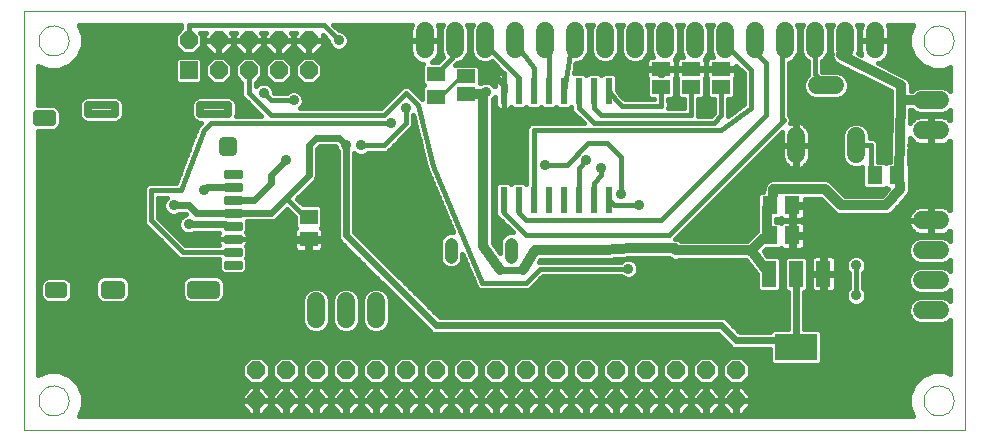
<source format=gtl>
G75*
%MOIN*%
%OFA0B0*%
%FSLAX24Y24*%
%IPPOS*%
%LPD*%
%AMOC8*
5,1,8,0,0,1.08239X$1,22.5*
%
%ADD10C,0.0000*%
%ADD11R,0.0236X0.0866*%
%ADD12OC8,0.0600*%
%ADD13C,0.0600*%
%ADD14R,0.0480X0.0880*%
%ADD15R,0.1417X0.0866*%
%ADD16R,0.0512X0.0591*%
%ADD17R,0.0591X0.0512*%
%ADD18C,0.0440*%
%ADD19R,0.0630X0.0460*%
%ADD20C,0.0157*%
%ADD21C,0.0305*%
%ADD22C,0.0276*%
%ADD23R,0.0594X0.0594*%
%ADD24OC8,0.0594*%
%ADD25C,0.0160*%
%ADD26C,0.0357*%
%ADD27C,0.0240*%
%ADD28C,0.0320*%
%ADD29C,0.0100*%
D10*
X001887Y000180D02*
X001887Y014176D01*
X033257Y014176D01*
X033257Y000180D01*
X001887Y000180D01*
X002387Y001180D02*
X002389Y001224D01*
X002395Y001268D01*
X002405Y001311D01*
X002418Y001353D01*
X002435Y001394D01*
X002456Y001433D01*
X002480Y001470D01*
X002507Y001505D01*
X002537Y001537D01*
X002570Y001567D01*
X002606Y001593D01*
X002643Y001617D01*
X002683Y001636D01*
X002724Y001653D01*
X002767Y001665D01*
X002810Y001674D01*
X002854Y001679D01*
X002898Y001680D01*
X002942Y001677D01*
X002986Y001670D01*
X003029Y001659D01*
X003071Y001645D01*
X003111Y001627D01*
X003150Y001605D01*
X003186Y001581D01*
X003220Y001553D01*
X003252Y001522D01*
X003281Y001488D01*
X003307Y001452D01*
X003329Y001414D01*
X003348Y001374D01*
X003363Y001332D01*
X003375Y001290D01*
X003383Y001246D01*
X003387Y001202D01*
X003387Y001158D01*
X003383Y001114D01*
X003375Y001070D01*
X003363Y001028D01*
X003348Y000986D01*
X003329Y000946D01*
X003307Y000908D01*
X003281Y000872D01*
X003252Y000838D01*
X003220Y000807D01*
X003186Y000779D01*
X003150Y000755D01*
X003111Y000733D01*
X003071Y000715D01*
X003029Y000701D01*
X002986Y000690D01*
X002942Y000683D01*
X002898Y000680D01*
X002854Y000681D01*
X002810Y000686D01*
X002767Y000695D01*
X002724Y000707D01*
X002683Y000724D01*
X002643Y000743D01*
X002606Y000767D01*
X002570Y000793D01*
X002537Y000823D01*
X002507Y000855D01*
X002480Y000890D01*
X002456Y000927D01*
X002435Y000966D01*
X002418Y001007D01*
X002405Y001049D01*
X002395Y001092D01*
X002389Y001136D01*
X002387Y001180D01*
X002387Y013180D02*
X002389Y013224D01*
X002395Y013268D01*
X002405Y013311D01*
X002418Y013353D01*
X002435Y013394D01*
X002456Y013433D01*
X002480Y013470D01*
X002507Y013505D01*
X002537Y013537D01*
X002570Y013567D01*
X002606Y013593D01*
X002643Y013617D01*
X002683Y013636D01*
X002724Y013653D01*
X002767Y013665D01*
X002810Y013674D01*
X002854Y013679D01*
X002898Y013680D01*
X002942Y013677D01*
X002986Y013670D01*
X003029Y013659D01*
X003071Y013645D01*
X003111Y013627D01*
X003150Y013605D01*
X003186Y013581D01*
X003220Y013553D01*
X003252Y013522D01*
X003281Y013488D01*
X003307Y013452D01*
X003329Y013414D01*
X003348Y013374D01*
X003363Y013332D01*
X003375Y013290D01*
X003383Y013246D01*
X003387Y013202D01*
X003387Y013158D01*
X003383Y013114D01*
X003375Y013070D01*
X003363Y013028D01*
X003348Y012986D01*
X003329Y012946D01*
X003307Y012908D01*
X003281Y012872D01*
X003252Y012838D01*
X003220Y012807D01*
X003186Y012779D01*
X003150Y012755D01*
X003111Y012733D01*
X003071Y012715D01*
X003029Y012701D01*
X002986Y012690D01*
X002942Y012683D01*
X002898Y012680D01*
X002854Y012681D01*
X002810Y012686D01*
X002767Y012695D01*
X002724Y012707D01*
X002683Y012724D01*
X002643Y012743D01*
X002606Y012767D01*
X002570Y012793D01*
X002537Y012823D01*
X002507Y012855D01*
X002480Y012890D01*
X002456Y012927D01*
X002435Y012966D01*
X002418Y013007D01*
X002405Y013049D01*
X002395Y013092D01*
X002389Y013136D01*
X002387Y013180D01*
X031887Y013180D02*
X031889Y013224D01*
X031895Y013268D01*
X031905Y013311D01*
X031918Y013353D01*
X031935Y013394D01*
X031956Y013433D01*
X031980Y013470D01*
X032007Y013505D01*
X032037Y013537D01*
X032070Y013567D01*
X032106Y013593D01*
X032143Y013617D01*
X032183Y013636D01*
X032224Y013653D01*
X032267Y013665D01*
X032310Y013674D01*
X032354Y013679D01*
X032398Y013680D01*
X032442Y013677D01*
X032486Y013670D01*
X032529Y013659D01*
X032571Y013645D01*
X032611Y013627D01*
X032650Y013605D01*
X032686Y013581D01*
X032720Y013553D01*
X032752Y013522D01*
X032781Y013488D01*
X032807Y013452D01*
X032829Y013414D01*
X032848Y013374D01*
X032863Y013332D01*
X032875Y013290D01*
X032883Y013246D01*
X032887Y013202D01*
X032887Y013158D01*
X032883Y013114D01*
X032875Y013070D01*
X032863Y013028D01*
X032848Y012986D01*
X032829Y012946D01*
X032807Y012908D01*
X032781Y012872D01*
X032752Y012838D01*
X032720Y012807D01*
X032686Y012779D01*
X032650Y012755D01*
X032611Y012733D01*
X032571Y012715D01*
X032529Y012701D01*
X032486Y012690D01*
X032442Y012683D01*
X032398Y012680D01*
X032354Y012681D01*
X032310Y012686D01*
X032267Y012695D01*
X032224Y012707D01*
X032183Y012724D01*
X032143Y012743D01*
X032106Y012767D01*
X032070Y012793D01*
X032037Y012823D01*
X032007Y012855D01*
X031980Y012890D01*
X031956Y012927D01*
X031935Y012966D01*
X031918Y013007D01*
X031905Y013049D01*
X031895Y013092D01*
X031889Y013136D01*
X031887Y013180D01*
X031887Y001180D02*
X031889Y001224D01*
X031895Y001268D01*
X031905Y001311D01*
X031918Y001353D01*
X031935Y001394D01*
X031956Y001433D01*
X031980Y001470D01*
X032007Y001505D01*
X032037Y001537D01*
X032070Y001567D01*
X032106Y001593D01*
X032143Y001617D01*
X032183Y001636D01*
X032224Y001653D01*
X032267Y001665D01*
X032310Y001674D01*
X032354Y001679D01*
X032398Y001680D01*
X032442Y001677D01*
X032486Y001670D01*
X032529Y001659D01*
X032571Y001645D01*
X032611Y001627D01*
X032650Y001605D01*
X032686Y001581D01*
X032720Y001553D01*
X032752Y001522D01*
X032781Y001488D01*
X032807Y001452D01*
X032829Y001414D01*
X032848Y001374D01*
X032863Y001332D01*
X032875Y001290D01*
X032883Y001246D01*
X032887Y001202D01*
X032887Y001158D01*
X032883Y001114D01*
X032875Y001070D01*
X032863Y001028D01*
X032848Y000986D01*
X032829Y000946D01*
X032807Y000908D01*
X032781Y000872D01*
X032752Y000838D01*
X032720Y000807D01*
X032686Y000779D01*
X032650Y000755D01*
X032611Y000733D01*
X032571Y000715D01*
X032529Y000701D01*
X032486Y000690D01*
X032442Y000683D01*
X032398Y000680D01*
X032354Y000681D01*
X032310Y000686D01*
X032267Y000695D01*
X032224Y000707D01*
X032183Y000724D01*
X032143Y000743D01*
X032106Y000767D01*
X032070Y000793D01*
X032037Y000823D01*
X032007Y000855D01*
X031980Y000890D01*
X031956Y000927D01*
X031935Y000966D01*
X031918Y001007D01*
X031905Y001049D01*
X031895Y001092D01*
X031889Y001136D01*
X031887Y001180D01*
D11*
X021387Y007869D03*
X020887Y007869D03*
X020387Y007869D03*
X019887Y007869D03*
X019387Y007869D03*
X018887Y007869D03*
X018387Y007869D03*
X017887Y007869D03*
X017887Y011491D03*
X018387Y011491D03*
X018887Y011491D03*
X019387Y011491D03*
X019887Y011491D03*
X020387Y011491D03*
X020887Y011491D03*
X021387Y011491D03*
D12*
X021637Y002180D03*
X022637Y002180D03*
X023637Y002180D03*
X024637Y002180D03*
X025637Y002180D03*
X025637Y001180D03*
X024637Y001180D03*
X023637Y001180D03*
X022637Y001180D03*
X021637Y001180D03*
X020637Y001180D03*
X019637Y001180D03*
X018637Y001180D03*
X017637Y001180D03*
X016637Y001180D03*
X015637Y001180D03*
X014637Y001180D03*
X013637Y001180D03*
X012637Y001180D03*
X011637Y001180D03*
X010637Y001180D03*
X009637Y001180D03*
X009637Y002180D03*
X010637Y002180D03*
X011637Y002180D03*
X012637Y002180D03*
X013637Y002180D03*
X014637Y002180D03*
X015637Y002180D03*
X016637Y002180D03*
X017637Y002180D03*
X018637Y002180D03*
X019637Y002180D03*
X020637Y002180D03*
D13*
X013637Y003880D02*
X013637Y004480D01*
X012637Y004480D02*
X012637Y003880D01*
X011637Y003880D02*
X011637Y004480D01*
X027637Y009380D02*
X027637Y009980D01*
X029637Y009980D02*
X029637Y009380D01*
X031837Y010180D02*
X032437Y010180D01*
X032437Y011180D02*
X031837Y011180D01*
X028937Y011680D02*
X028337Y011680D01*
X028262Y012880D02*
X028262Y013480D01*
X029262Y013480D02*
X029262Y012880D01*
X030262Y012880D02*
X030262Y013480D01*
X027262Y013480D02*
X027262Y012880D01*
X026262Y012880D02*
X026262Y013480D01*
X025262Y013480D02*
X025262Y012880D01*
X024262Y012880D02*
X024262Y013480D01*
X023262Y013480D02*
X023262Y012880D01*
X022262Y012880D02*
X022262Y013480D01*
X021262Y013480D02*
X021262Y012880D01*
X020262Y012880D02*
X020262Y013480D01*
X019262Y013480D02*
X019262Y012880D01*
X018262Y012880D02*
X018262Y013480D01*
X017262Y013480D02*
X017262Y012880D01*
X016262Y012880D02*
X016262Y013480D01*
X015262Y013480D02*
X015262Y012880D01*
X031837Y007180D02*
X032437Y007180D01*
X032437Y006180D02*
X031837Y006180D01*
X031837Y005180D02*
X032437Y005180D01*
X032437Y004180D02*
X031837Y004180D01*
D14*
X028547Y005400D03*
X027637Y005400D03*
X026727Y005400D03*
D15*
X027637Y002960D03*
D16*
X027511Y006680D03*
X026763Y006680D03*
X026763Y007680D03*
X027511Y007680D03*
X030263Y008680D03*
X031011Y008680D03*
D17*
X015637Y011306D03*
X015637Y012054D03*
X011387Y007304D03*
X011387Y006556D03*
D18*
X016137Y006400D02*
X016137Y005960D01*
X018137Y005960D02*
X018137Y006400D01*
D19*
X016637Y011380D03*
X016637Y011980D03*
X023137Y012230D03*
X024137Y012230D03*
X025137Y012230D03*
X025137Y011630D03*
X024137Y011630D03*
X023137Y011630D03*
D20*
X009102Y008808D02*
X009102Y008650D01*
X008628Y008650D01*
X008628Y008808D01*
X009102Y008808D01*
X009102Y008806D02*
X008628Y008806D01*
X008628Y008375D02*
X008628Y008217D01*
X008628Y008375D02*
X009102Y008375D01*
X009102Y008217D01*
X008628Y008217D01*
X008628Y008373D02*
X009102Y008373D01*
X008628Y007942D02*
X008628Y007784D01*
X008628Y007942D02*
X009102Y007942D01*
X009102Y007784D01*
X008628Y007784D01*
X008628Y007940D02*
X009102Y007940D01*
X008628Y007509D02*
X008628Y007351D01*
X008628Y007509D02*
X009102Y007509D01*
X009102Y007351D01*
X008628Y007351D01*
X008628Y007507D02*
X009102Y007507D01*
X008628Y007076D02*
X008628Y006918D01*
X008628Y007076D02*
X009102Y007076D01*
X009102Y006918D01*
X008628Y006918D01*
X008628Y007074D02*
X009102Y007074D01*
X008628Y006643D02*
X008628Y006485D01*
X008628Y006643D02*
X009102Y006643D01*
X009102Y006485D01*
X008628Y006485D01*
X008628Y006641D02*
X009102Y006641D01*
X008628Y006210D02*
X008628Y006052D01*
X008628Y006210D02*
X009102Y006210D01*
X009102Y006052D01*
X008628Y006052D01*
X008628Y006208D02*
X009102Y006208D01*
X008628Y005777D02*
X008628Y005619D01*
X008628Y005777D02*
X009102Y005777D01*
X009102Y005619D01*
X008628Y005619D01*
X008628Y005775D02*
X009102Y005775D01*
D21*
X007482Y005038D02*
X007482Y004732D01*
X007482Y005038D02*
X008280Y005038D01*
X008280Y004732D01*
X007482Y004732D01*
X007482Y005036D02*
X008280Y005036D01*
X004588Y005038D02*
X004588Y004732D01*
X004588Y005038D02*
X005110Y005038D01*
X005110Y004732D01*
X004588Y004732D01*
X004588Y005036D02*
X005110Y005036D01*
X008525Y009511D02*
X008525Y009837D01*
X008831Y009837D01*
X008831Y009511D01*
X008525Y009511D01*
X008525Y009815D02*
X008831Y009815D01*
D22*
X007783Y010742D02*
X007783Y011016D01*
X008687Y011016D01*
X008687Y010742D01*
X007783Y010742D01*
X004023Y010742D02*
X004023Y011016D01*
X004927Y011016D01*
X004927Y010742D01*
X004023Y010742D01*
X002350Y010740D02*
X002350Y010466D01*
X002350Y010740D02*
X002822Y010740D01*
X002822Y010466D01*
X002350Y010466D01*
X002743Y004992D02*
X002743Y004718D01*
X002743Y004992D02*
X003215Y004992D01*
X003215Y004718D01*
X002743Y004718D01*
D23*
X007387Y012180D03*
D24*
X008387Y012180D03*
X009387Y012180D03*
X010387Y012180D03*
X011387Y012180D03*
X011387Y013180D03*
X010387Y013180D03*
X009387Y013180D03*
X008387Y013180D03*
X007387Y013180D03*
D25*
X007387Y013680D01*
X011887Y013680D01*
X012387Y013180D01*
X012725Y013177D02*
X015242Y013177D01*
X015242Y013160D02*
X014782Y013160D01*
X014782Y012842D01*
X014794Y012768D01*
X014817Y012696D01*
X014851Y012628D01*
X014896Y012567D01*
X014949Y012514D01*
X015010Y012469D01*
X015078Y012435D01*
X015149Y012412D01*
X015208Y012403D01*
X015182Y012376D01*
X015182Y011732D01*
X015233Y011680D01*
X015182Y011628D01*
X015182Y011225D01*
X014840Y011566D01*
X014773Y011633D01*
X014685Y011670D01*
X014589Y011670D01*
X014501Y011633D01*
X013787Y010920D01*
X011105Y010920D01*
X011174Y010988D01*
X011225Y011113D01*
X011225Y011247D01*
X011174Y011372D01*
X011079Y011467D01*
X010954Y011518D01*
X010819Y011518D01*
X010695Y011467D01*
X010648Y011420D01*
X010236Y011420D01*
X010225Y011431D01*
X010225Y011497D01*
X010174Y011622D01*
X010079Y011717D01*
X009954Y011768D01*
X009819Y011768D01*
X009695Y011717D01*
X009627Y011649D01*
X009627Y011774D01*
X009844Y011991D01*
X009844Y012369D01*
X009576Y012637D01*
X009198Y012637D01*
X008930Y012369D01*
X008930Y011991D01*
X009147Y011774D01*
X009147Y011382D01*
X009183Y011294D01*
X009807Y010670D01*
X008981Y010670D01*
X008986Y010682D01*
X008986Y011076D01*
X008940Y011185D01*
X008857Y011269D01*
X008747Y011314D01*
X007723Y011314D01*
X007614Y011269D01*
X007530Y011185D01*
X007485Y011076D01*
X007485Y010682D01*
X007530Y010572D01*
X007614Y010489D01*
X007723Y010443D01*
X007811Y010443D01*
X007748Y010380D01*
X007744Y010379D01*
X007714Y010347D01*
X007683Y010316D01*
X007682Y010312D01*
X007679Y010309D01*
X007664Y010268D01*
X007647Y010228D01*
X007647Y010224D01*
X006970Y008420D01*
X006089Y008420D01*
X006001Y008383D01*
X005933Y008316D01*
X005897Y008228D01*
X005897Y007132D01*
X005933Y007044D01*
X006001Y006977D01*
X007050Y005927D01*
X007138Y005891D01*
X008406Y005891D01*
X008390Y005875D01*
X008390Y005520D01*
X008530Y005380D01*
X009200Y005380D01*
X009340Y005520D01*
X009340Y005875D01*
X009301Y005914D01*
X009340Y005953D01*
X009340Y006308D01*
X009313Y006336D01*
X009331Y006363D01*
X009350Y006410D01*
X009360Y006460D01*
X009360Y006564D01*
X009360Y006668D01*
X009350Y006718D01*
X009331Y006765D01*
X009313Y006792D01*
X009340Y006819D01*
X009340Y007150D01*
X010193Y007150D01*
X010295Y007193D01*
X010374Y007271D01*
X010665Y007562D01*
X010932Y007296D01*
X010932Y006982D01*
X010969Y006944D01*
X010947Y006922D01*
X010924Y006881D01*
X010912Y006836D01*
X010912Y006604D01*
X011339Y006604D01*
X011339Y006508D01*
X011435Y006508D01*
X011435Y006604D01*
X011862Y006604D01*
X011862Y006836D01*
X011850Y006881D01*
X011826Y006922D01*
X011804Y006944D01*
X011842Y006982D01*
X011842Y007626D01*
X011748Y007720D01*
X011186Y007720D01*
X011005Y007902D01*
X011624Y008521D01*
X011667Y008624D01*
X011667Y009564D01*
X011753Y009650D01*
X012271Y009650D01*
X012298Y009622D01*
X012298Y009613D01*
X012350Y009488D01*
X012357Y009481D01*
X012357Y006624D01*
X012399Y006521D01*
X012478Y006443D01*
X015399Y003521D01*
X015478Y003443D01*
X015581Y003400D01*
X025021Y003400D01*
X025399Y003021D01*
X025478Y002943D01*
X025581Y002900D01*
X026768Y002900D01*
X026768Y002461D01*
X026862Y002367D01*
X028412Y002367D01*
X028505Y002461D01*
X028505Y003459D01*
X028412Y003553D01*
X027917Y003553D01*
X027917Y004800D01*
X027943Y004800D01*
X028037Y004894D01*
X028037Y005906D01*
X027943Y006000D01*
X027331Y006000D01*
X027237Y005906D01*
X027237Y004894D01*
X027331Y004800D01*
X027357Y004800D01*
X027357Y003553D01*
X026862Y003553D01*
X026769Y003460D01*
X025753Y003460D01*
X025295Y003917D01*
X025193Y003960D01*
X015753Y003960D01*
X012917Y006796D01*
X012917Y009421D01*
X012945Y009393D01*
X013069Y009342D01*
X013204Y009342D01*
X013329Y009393D01*
X013375Y009440D01*
X013935Y009440D01*
X014023Y009477D01*
X014773Y010227D01*
X014840Y010294D01*
X014877Y010382D01*
X014877Y010691D01*
X014880Y010694D01*
X015307Y008950D01*
X015307Y008931D01*
X015318Y008904D01*
X015325Y008876D01*
X015337Y008861D01*
X016211Y006780D01*
X016061Y006780D01*
X015922Y006722D01*
X015815Y006615D01*
X015757Y006476D01*
X015757Y005884D01*
X015815Y005745D01*
X015922Y005638D01*
X016061Y005580D01*
X016212Y005580D01*
X016352Y005638D01*
X016459Y005745D01*
X016517Y005884D01*
X016517Y006051D01*
X016955Y005008D01*
X016973Y004964D01*
X016974Y004964D01*
X016974Y004963D01*
X017008Y004930D01*
X017041Y004897D01*
X017041Y004896D01*
X017042Y004896D01*
X017085Y004878D01*
X017129Y004860D01*
X017130Y004860D01*
X017130Y004860D01*
X017177Y004860D01*
X018675Y004860D01*
X018763Y004897D01*
X018830Y004964D01*
X019196Y005330D01*
X021808Y005330D01*
X021855Y005283D01*
X021979Y005232D01*
X022114Y005232D01*
X022239Y005283D01*
X022334Y005378D01*
X022385Y005503D01*
X022385Y005637D01*
X022334Y005762D01*
X022239Y005857D01*
X022114Y005908D01*
X021979Y005908D01*
X021855Y005857D01*
X021808Y005810D01*
X019085Y005810D01*
X019116Y005860D01*
X021176Y005860D01*
X021187Y005856D01*
X021239Y005860D01*
X021290Y005860D01*
X021302Y005865D01*
X022169Y005930D01*
X023408Y005930D01*
X023445Y005893D01*
X023569Y005842D01*
X023704Y005842D01*
X023749Y005860D01*
X025978Y005860D01*
X026327Y005398D01*
X026327Y004894D01*
X026421Y004800D01*
X027033Y004800D01*
X027127Y004894D01*
X027127Y005906D01*
X027033Y006000D01*
X026674Y006000D01*
X026560Y006151D01*
X026634Y006225D01*
X027085Y006225D01*
X027123Y006262D01*
X027144Y006241D01*
X027185Y006217D01*
X027231Y006205D01*
X027463Y006205D01*
X027463Y006632D01*
X027559Y006632D01*
X027559Y006728D01*
X027947Y006728D01*
X027947Y006999D01*
X027934Y007045D01*
X027911Y007086D01*
X027877Y007119D01*
X027836Y007143D01*
X027790Y007155D01*
X027559Y007155D01*
X027559Y006728D01*
X027463Y006728D01*
X027463Y007155D01*
X027231Y007155D01*
X027185Y007143D01*
X027144Y007119D01*
X027123Y007098D01*
X027085Y007135D01*
X026977Y007135D01*
X026977Y007225D01*
X027085Y007225D01*
X027123Y007262D01*
X027144Y007241D01*
X027185Y007217D01*
X027231Y007205D01*
X027463Y007205D01*
X027463Y007632D01*
X027559Y007632D01*
X027559Y007728D01*
X027947Y007728D01*
X027947Y007910D01*
X028454Y007910D01*
X028956Y007409D01*
X029073Y007360D01*
X030584Y007360D01*
X030595Y007356D01*
X030648Y007360D01*
X030700Y007360D01*
X030711Y007364D01*
X030722Y007365D01*
X030769Y007389D01*
X030818Y007409D01*
X030826Y007417D01*
X030836Y007422D01*
X030871Y007461D01*
X030908Y007499D01*
X030912Y007509D01*
X031321Y007977D01*
X031327Y007980D01*
X031362Y008025D01*
X031400Y008068D01*
X031402Y008074D01*
X031406Y008080D01*
X031422Y008134D01*
X031440Y008188D01*
X031440Y008195D01*
X031442Y008202D01*
X031436Y008259D01*
X031432Y008315D01*
X031429Y008322D01*
X031427Y008338D01*
X031427Y009042D01*
X031398Y009070D01*
X031422Y009937D01*
X031426Y009928D01*
X031471Y009867D01*
X031524Y009814D01*
X031585Y009769D01*
X031653Y009735D01*
X031724Y009712D01*
X031799Y009700D01*
X032117Y009700D01*
X032117Y010160D01*
X032157Y010160D01*
X032157Y009700D01*
X032475Y009700D01*
X032549Y009712D01*
X032621Y009735D01*
X032688Y009769D01*
X032750Y009814D01*
X032777Y009841D01*
X032777Y007519D01*
X032750Y007546D01*
X032688Y007591D01*
X032621Y007625D01*
X032549Y007648D01*
X032475Y007660D01*
X032157Y007660D01*
X032157Y007200D01*
X032117Y007200D01*
X032117Y007660D01*
X031799Y007660D01*
X031724Y007648D01*
X031653Y007625D01*
X031585Y007591D01*
X031524Y007546D01*
X031471Y007493D01*
X031426Y007432D01*
X031392Y007364D01*
X031369Y007292D01*
X031357Y007218D01*
X031357Y007200D01*
X032117Y007200D01*
X032117Y007160D01*
X032157Y007160D01*
X032157Y006700D01*
X032475Y006700D01*
X032549Y006712D01*
X032621Y006735D01*
X032688Y006769D01*
X032750Y006814D01*
X032777Y006841D01*
X032777Y006490D01*
X032697Y006570D01*
X032528Y006640D01*
X031745Y006640D01*
X031576Y006570D01*
X031447Y006441D01*
X031377Y006271D01*
X031377Y006088D01*
X031447Y005919D01*
X031576Y005790D01*
X031745Y005720D01*
X032528Y005720D01*
X032697Y005790D01*
X032777Y005870D01*
X032777Y005490D01*
X032697Y005570D01*
X032528Y005640D01*
X031745Y005640D01*
X031576Y005570D01*
X031447Y005441D01*
X031377Y005271D01*
X031377Y005088D01*
X031447Y004919D01*
X031576Y004790D01*
X031745Y004720D01*
X032528Y004720D01*
X032697Y004790D01*
X032777Y004870D01*
X032777Y004490D01*
X032697Y004570D01*
X032528Y004640D01*
X031745Y004640D01*
X031576Y004570D01*
X031447Y004441D01*
X031377Y004271D01*
X031377Y004088D01*
X031447Y003919D01*
X031576Y003790D01*
X031745Y003720D01*
X032528Y003720D01*
X032697Y003790D01*
X032777Y003870D01*
X032777Y002079D01*
X032582Y002160D01*
X032192Y002160D01*
X031832Y002011D01*
X031556Y001735D01*
X031407Y001375D01*
X031407Y000985D01*
X031541Y000660D01*
X003732Y000660D01*
X003867Y000985D01*
X003867Y001375D01*
X003718Y001735D01*
X003442Y002011D01*
X003082Y002160D01*
X002692Y002160D01*
X002367Y002025D01*
X002367Y010168D01*
X002881Y010168D01*
X002991Y010213D01*
X003074Y010297D01*
X003120Y010406D01*
X003120Y010800D01*
X003074Y010910D01*
X002991Y010993D01*
X002881Y011039D01*
X002367Y011039D01*
X002367Y012335D01*
X002692Y012200D01*
X003082Y012200D01*
X003442Y012349D01*
X003718Y012625D01*
X003867Y012985D01*
X003867Y013375D01*
X003734Y013696D01*
X007147Y013696D01*
X007147Y013586D01*
X006930Y013369D01*
X006930Y012991D01*
X007198Y012723D01*
X007576Y012723D01*
X007844Y012991D01*
X007844Y013369D01*
X007773Y013440D01*
X007972Y013440D01*
X007910Y013378D01*
X007910Y013198D01*
X008368Y013198D01*
X008368Y013162D01*
X007910Y013162D01*
X007910Y012982D01*
X008189Y012703D01*
X008368Y012703D01*
X008368Y013162D01*
X008405Y013162D01*
X008405Y013198D01*
X008864Y013198D01*
X008864Y013378D01*
X008801Y013440D01*
X008972Y013440D01*
X008910Y013378D01*
X008910Y013198D01*
X009368Y013198D01*
X009368Y013162D01*
X008910Y013162D01*
X008910Y012982D01*
X009189Y012703D01*
X009368Y012703D01*
X009368Y013162D01*
X009405Y013162D01*
X009405Y013198D01*
X009864Y013198D01*
X009864Y013378D01*
X009801Y013440D01*
X009972Y013440D01*
X009910Y013378D01*
X009910Y013198D01*
X010368Y013198D01*
X010368Y013162D01*
X009910Y013162D01*
X009910Y012982D01*
X010189Y012703D01*
X010368Y012703D01*
X010368Y013162D01*
X010405Y013162D01*
X010405Y013198D01*
X010864Y013198D01*
X010864Y013378D01*
X010801Y013440D01*
X010972Y013440D01*
X010910Y013378D01*
X010910Y013198D01*
X011368Y013198D01*
X011368Y013162D01*
X010910Y013162D01*
X010910Y012982D01*
X011189Y012703D01*
X011368Y012703D01*
X011368Y013162D01*
X011405Y013162D01*
X011405Y013198D01*
X011864Y013198D01*
X011864Y013364D01*
X012048Y013179D01*
X012048Y013113D01*
X012100Y012988D01*
X012195Y012893D01*
X012319Y012842D01*
X012454Y012842D01*
X012579Y012893D01*
X012674Y012988D01*
X012725Y013113D01*
X012725Y013247D01*
X012674Y013372D01*
X012579Y013467D01*
X012454Y013518D01*
X012388Y013518D01*
X012210Y013696D01*
X014833Y013696D01*
X014817Y013664D01*
X014794Y013592D01*
X014782Y013518D01*
X014782Y013200D01*
X015242Y013200D01*
X015242Y013160D01*
X015282Y013160D02*
X015282Y013200D01*
X015742Y013200D01*
X015742Y013518D01*
X015730Y013592D01*
X015707Y013664D01*
X015690Y013696D01*
X015853Y013696D01*
X015802Y013571D01*
X015802Y012788D01*
X015866Y012633D01*
X015705Y012470D01*
X015514Y012470D01*
X015575Y012514D01*
X015628Y012567D01*
X015672Y012628D01*
X015707Y012696D01*
X015730Y012768D01*
X015742Y012842D01*
X015742Y013160D01*
X015282Y013160D01*
X015282Y013177D02*
X015802Y013177D01*
X015802Y013019D02*
X015742Y013019D01*
X015742Y012860D02*
X015802Y012860D01*
X015838Y012702D02*
X015709Y012702D01*
X015778Y012543D02*
X015604Y012543D01*
X015190Y012385D02*
X011828Y012385D01*
X011844Y012369D02*
X011576Y012637D01*
X011198Y012637D01*
X010930Y012369D01*
X010930Y011991D01*
X011198Y011723D01*
X011576Y011723D01*
X011844Y011991D01*
X011844Y012369D01*
X011844Y012226D02*
X015182Y012226D01*
X015182Y012068D02*
X011844Y012068D01*
X011762Y011909D02*
X015182Y011909D01*
X015182Y011751D02*
X011603Y011751D01*
X011170Y011751D02*
X010603Y011751D01*
X010576Y011723D02*
X010844Y011991D01*
X010844Y012369D01*
X010576Y012637D01*
X010198Y012637D01*
X009930Y012369D01*
X009930Y011991D01*
X010198Y011723D01*
X010576Y011723D01*
X010762Y011909D02*
X011012Y011909D01*
X010930Y012068D02*
X010844Y012068D01*
X010844Y012226D02*
X010930Y012226D01*
X010945Y012385D02*
X010828Y012385D01*
X010670Y012543D02*
X011104Y012543D01*
X011405Y012703D02*
X011584Y012703D01*
X011864Y012982D01*
X011864Y013162D01*
X011405Y013162D01*
X011405Y012703D01*
X011405Y012860D02*
X011368Y012860D01*
X011368Y013019D02*
X011405Y013019D01*
X011405Y013177D02*
X012048Y013177D01*
X012087Y013019D02*
X011864Y013019D01*
X011741Y012860D02*
X012275Y012860D01*
X012499Y012860D02*
X014782Y012860D01*
X014782Y013019D02*
X012686Y013019D01*
X012689Y013336D02*
X014782Y013336D01*
X014782Y013494D02*
X012513Y013494D01*
X012254Y013653D02*
X014813Y013653D01*
X015710Y013653D02*
X015835Y013653D01*
X015802Y013494D02*
X015742Y013494D01*
X015742Y013336D02*
X015802Y013336D01*
X016217Y013270D02*
X016347Y013150D01*
X016177Y012605D01*
X015677Y012100D01*
X016282Y012370D02*
X016321Y012410D01*
X016331Y012415D01*
X016335Y012420D01*
X016353Y012420D01*
X016522Y012490D01*
X016652Y012619D01*
X016722Y012788D01*
X016722Y013571D01*
X016670Y013696D01*
X016853Y013696D01*
X016802Y013571D01*
X016802Y012788D01*
X016872Y012619D01*
X017001Y012490D01*
X017170Y012420D01*
X017353Y012420D01*
X017498Y012480D01*
X017873Y012104D01*
X017745Y012104D01*
X017699Y012092D01*
X017658Y012068D01*
X017625Y012035D01*
X017601Y011994D01*
X017589Y011948D01*
X017589Y011650D01*
X017584Y011662D01*
X017489Y011757D01*
X017364Y011808D01*
X017229Y011808D01*
X017112Y011760D01*
X017112Y012276D01*
X017018Y012370D01*
X016282Y012370D01*
X016296Y012385D02*
X017593Y012385D01*
X017751Y012226D02*
X017112Y012226D01*
X017112Y012068D02*
X017658Y012068D01*
X017887Y012068D02*
X017887Y012068D01*
X017887Y012091D02*
X017887Y011491D01*
X017887Y010878D01*
X018029Y010878D01*
X018074Y010890D01*
X018115Y010914D01*
X018149Y010947D01*
X018150Y010950D01*
X018202Y010898D01*
X018571Y010898D01*
X018637Y010964D01*
X018702Y010898D01*
X019071Y010898D01*
X019137Y010964D01*
X019202Y010898D01*
X019571Y010898D01*
X019637Y010964D01*
X019702Y010898D01*
X020071Y010898D01*
X020137Y010964D01*
X020147Y010954D01*
X020147Y010882D01*
X020183Y010794D01*
X020557Y010420D01*
X018839Y010420D01*
X018751Y010383D01*
X018683Y010316D01*
X018647Y010228D01*
X018647Y008406D01*
X018637Y008396D01*
X018571Y008462D01*
X018202Y008462D01*
X018137Y008396D01*
X018071Y008462D01*
X017702Y008462D01*
X017609Y008368D01*
X017609Y007370D01*
X017683Y007296D01*
X017683Y007294D01*
X017751Y007227D01*
X018197Y006780D01*
X018061Y006780D01*
X017922Y006722D01*
X017815Y006615D01*
X017757Y006476D01*
X017757Y006107D01*
X017527Y006440D01*
X017527Y011221D01*
X017584Y011278D01*
X017589Y011290D01*
X017589Y011034D01*
X017601Y010988D01*
X017625Y010947D01*
X017658Y010914D01*
X017699Y010890D01*
X017745Y010878D01*
X017887Y010878D01*
X017887Y011491D01*
X017887Y011491D01*
X017887Y011491D01*
X017887Y012091D01*
X017887Y012091D01*
X017887Y011909D02*
X017887Y011909D01*
X017887Y011751D02*
X017887Y011751D01*
X017887Y011592D02*
X017887Y011592D01*
X017887Y011434D02*
X017887Y011434D01*
X017887Y011275D02*
X017887Y011275D01*
X017887Y011117D02*
X017887Y011117D01*
X017887Y010958D02*
X017887Y010958D01*
X017619Y010958D02*
X017527Y010958D01*
X017527Y010800D02*
X020181Y010800D01*
X020142Y010958D02*
X020131Y010958D01*
X020387Y010930D02*
X020887Y010430D01*
X024887Y010430D01*
X025137Y010680D01*
X025137Y011630D01*
X025612Y011592D02*
X025897Y011592D01*
X025897Y011434D02*
X025612Y011434D01*
X025612Y011334D02*
X025612Y011917D01*
X025620Y011931D01*
X025632Y011976D01*
X025632Y012195D01*
X025172Y012195D01*
X025172Y012265D01*
X025632Y012265D01*
X025632Y012346D01*
X025897Y012081D01*
X025897Y011050D01*
X025377Y010660D01*
X025377Y011240D01*
X025518Y011240D01*
X025612Y011334D01*
X025553Y011275D02*
X025897Y011275D01*
X025897Y011117D02*
X025377Y011117D01*
X025377Y010958D02*
X025774Y010958D01*
X025563Y010800D02*
X025377Y010800D01*
X024897Y010800D02*
X024377Y010800D01*
X024377Y010670D02*
X024377Y011240D01*
X024518Y011240D01*
X024612Y011334D01*
X024612Y011917D01*
X024620Y011931D01*
X024632Y011976D01*
X024632Y012195D01*
X024172Y012195D01*
X024172Y012265D01*
X024632Y012265D01*
X024632Y012484D01*
X024620Y012529D01*
X024598Y012566D01*
X024652Y012619D01*
X024722Y012788D01*
X024722Y013571D01*
X024670Y013696D01*
X024853Y013696D01*
X024802Y013571D01*
X024802Y012788D01*
X024863Y012640D01*
X024798Y012640D01*
X024752Y012628D01*
X024711Y012604D01*
X024678Y012571D01*
X024654Y012529D01*
X024642Y012484D01*
X024642Y012265D01*
X025102Y012265D01*
X025102Y012195D01*
X024642Y012195D01*
X024642Y011976D01*
X024654Y011931D01*
X024662Y011917D01*
X024662Y011334D01*
X024756Y011240D01*
X024897Y011240D01*
X024897Y010779D01*
X024787Y010670D01*
X024377Y010670D01*
X024137Y010680D02*
X024137Y011630D01*
X024612Y011592D02*
X024662Y011592D01*
X024662Y011434D02*
X024612Y011434D01*
X024553Y011275D02*
X024721Y011275D01*
X024897Y011117D02*
X024377Y011117D01*
X024377Y010958D02*
X024897Y010958D01*
X024137Y010680D02*
X021137Y010680D01*
X020887Y010930D01*
X020887Y011491D01*
X020387Y011491D02*
X020387Y010930D01*
X020336Y010641D02*
X017527Y010641D01*
X017527Y010483D02*
X020495Y010483D01*
X019642Y010958D02*
X019631Y010958D01*
X019142Y010958D02*
X019131Y010958D01*
X018642Y010958D02*
X018631Y010958D01*
X017589Y011117D02*
X017527Y011117D01*
X017580Y011275D02*
X017589Y011275D01*
X017589Y011751D02*
X017495Y011751D01*
X017589Y011909D02*
X017112Y011909D01*
X017387Y012930D02*
X018387Y011930D01*
X018387Y011491D01*
X018887Y011491D02*
X018887Y012260D01*
X018897Y012260D02*
X018177Y013230D01*
X017387Y013184D02*
X017387Y012930D01*
X016802Y012860D02*
X016722Y012860D01*
X016722Y013019D02*
X016802Y013019D01*
X016802Y013177D02*
X016722Y013177D01*
X016722Y013336D02*
X016802Y013336D01*
X016802Y013494D02*
X016722Y013494D01*
X016688Y013653D02*
X016835Y013653D01*
X016838Y012702D02*
X016686Y012702D01*
X016575Y012543D02*
X016948Y012543D01*
X014920Y012543D02*
X011670Y012543D01*
X011032Y012860D02*
X010741Y012860D01*
X010864Y012982D02*
X010584Y012703D01*
X010405Y012703D01*
X010405Y013162D01*
X010864Y013162D01*
X010864Y012982D01*
X010864Y013019D02*
X010910Y013019D01*
X011368Y013177D02*
X010405Y013177D01*
X010368Y013177D02*
X009405Y013177D01*
X009405Y013162D02*
X009864Y013162D01*
X009864Y012982D01*
X009584Y012703D01*
X009405Y012703D01*
X009405Y013162D01*
X009368Y013177D02*
X008405Y013177D01*
X008405Y013162D02*
X008864Y013162D01*
X008864Y012982D01*
X008584Y012703D01*
X008405Y012703D01*
X008405Y013162D01*
X008368Y013177D02*
X007844Y013177D01*
X007844Y013019D02*
X007910Y013019D01*
X008032Y012860D02*
X007713Y012860D01*
X007750Y012637D02*
X007024Y012637D01*
X006930Y012543D01*
X003636Y012543D01*
X003749Y012702D02*
X014815Y012702D01*
X014814Y011592D02*
X015182Y011592D01*
X015182Y011434D02*
X014973Y011434D01*
X014840Y011566D02*
X014840Y011566D01*
X014637Y011430D02*
X013887Y010680D01*
X010137Y010680D01*
X009387Y011430D01*
X009387Y012180D01*
X009844Y012226D02*
X009930Y012226D01*
X009930Y012068D02*
X009844Y012068D01*
X009762Y011909D02*
X010012Y011909D01*
X009997Y011751D02*
X010170Y011751D01*
X010186Y011592D02*
X014459Y011592D01*
X014301Y011434D02*
X011112Y011434D01*
X011214Y011275D02*
X014142Y011275D01*
X013984Y011117D02*
X011225Y011117D01*
X011143Y010958D02*
X013825Y010958D01*
X014637Y010930D02*
X014637Y010430D01*
X013887Y009680D01*
X013137Y009680D01*
X013280Y009373D02*
X015203Y009373D01*
X015165Y009532D02*
X014078Y009532D01*
X014236Y009690D02*
X015126Y009690D01*
X015087Y009849D02*
X014395Y009849D01*
X014553Y010007D02*
X015048Y010007D01*
X015009Y010166D02*
X014712Y010166D01*
X014853Y010324D02*
X014970Y010324D01*
X014931Y010483D02*
X014877Y010483D01*
X014877Y010641D02*
X014893Y010641D01*
X015047Y011020D02*
X014637Y011430D01*
X015131Y011275D02*
X015182Y011275D01*
X015047Y011020D02*
X015547Y008980D01*
X017177Y005100D01*
X018627Y005100D01*
X019097Y005570D01*
X022047Y005570D01*
X022385Y005569D02*
X026198Y005569D01*
X026318Y005411D02*
X022347Y005411D01*
X022163Y005252D02*
X026327Y005252D01*
X026327Y005094D02*
X018960Y005094D01*
X019118Y005252D02*
X021930Y005252D01*
X022348Y005728D02*
X026078Y005728D01*
X026641Y006045D02*
X031395Y006045D01*
X031377Y006203D02*
X026612Y006203D01*
X026137Y006180D02*
X026117Y006180D01*
X026004Y006500D02*
X023799Y006500D01*
X023778Y006521D01*
X023660Y006570D01*
X023616Y006570D01*
X027183Y010137D01*
X027169Y010092D01*
X027157Y010018D01*
X027157Y009700D01*
X027617Y009700D01*
X027617Y010460D01*
X027599Y010460D01*
X027524Y010448D01*
X027453Y010425D01*
X027452Y010425D01*
X027475Y010481D01*
X027475Y010576D01*
X027439Y010664D01*
X027417Y010686D01*
X027417Y012446D01*
X027522Y012490D01*
X027652Y012619D01*
X027722Y012788D01*
X027722Y013571D01*
X027670Y013696D01*
X027853Y013696D01*
X027802Y013571D01*
X027802Y012788D01*
X027872Y012619D01*
X028001Y012490D01*
X028022Y012482D01*
X028022Y012016D01*
X027947Y011941D01*
X027877Y011771D01*
X027877Y011588D01*
X027947Y011419D01*
X028076Y011290D01*
X028245Y011220D01*
X029028Y011220D01*
X029197Y011290D01*
X029327Y011419D01*
X029397Y011588D01*
X029397Y011771D01*
X029327Y011941D01*
X029197Y012070D01*
X029028Y012140D01*
X028516Y012140D01*
X028502Y012154D01*
X028502Y012482D01*
X028522Y012490D01*
X028652Y012619D01*
X028722Y012788D01*
X028722Y013571D01*
X028670Y013696D01*
X028853Y013696D01*
X028802Y013571D01*
X028802Y012788D01*
X028821Y012743D01*
X028820Y012731D01*
X028811Y012696D01*
X028815Y012668D01*
X028813Y012639D01*
X028824Y012605D01*
X028830Y012570D01*
X028844Y012545D01*
X028853Y012518D01*
X028877Y012491D01*
X028895Y012461D01*
X028918Y012444D01*
X028937Y012422D01*
X028969Y012406D01*
X028997Y012385D01*
X029025Y012378D01*
X030817Y011482D01*
X030817Y011184D01*
X030759Y009135D01*
X030689Y009135D01*
X030637Y009083D01*
X030585Y009135D01*
X030377Y009135D01*
X030377Y009728D01*
X030340Y009816D01*
X030273Y009883D01*
X030185Y009920D01*
X030097Y009920D01*
X030097Y010071D01*
X030027Y010241D01*
X029897Y010370D01*
X029728Y010440D01*
X029545Y010440D01*
X029376Y010370D01*
X029247Y010241D01*
X029177Y010071D01*
X029177Y009288D01*
X029247Y009119D01*
X029376Y008990D01*
X029545Y008920D01*
X029728Y008920D01*
X029847Y008969D01*
X029847Y008318D01*
X029941Y008225D01*
X030585Y008225D01*
X030637Y008277D01*
X030688Y008225D01*
X030491Y008000D01*
X029269Y008000D01*
X028858Y008411D01*
X028768Y008501D01*
X028650Y008550D01*
X026889Y008550D01*
X026837Y008554D01*
X026825Y008550D01*
X026813Y008550D01*
X026765Y008530D01*
X026716Y008514D01*
X026707Y008506D01*
X026696Y008501D01*
X026659Y008465D01*
X026620Y008431D01*
X026614Y008420D01*
X026606Y008411D01*
X026586Y008363D01*
X026562Y008317D01*
X026561Y008305D01*
X026557Y008294D01*
X026557Y008242D01*
X026549Y008135D01*
X026441Y008135D01*
X026347Y008042D01*
X026347Y007688D01*
X026337Y007664D01*
X026337Y006833D01*
X026004Y006500D01*
X026024Y006520D02*
X023779Y006520D01*
X023725Y006679D02*
X026183Y006679D01*
X026337Y006837D02*
X023883Y006837D01*
X024042Y006996D02*
X026337Y006996D01*
X026337Y007154D02*
X024200Y007154D01*
X024359Y007313D02*
X026337Y007313D01*
X026337Y007471D02*
X024517Y007471D01*
X024676Y007630D02*
X026337Y007630D01*
X026347Y007788D02*
X024834Y007788D01*
X024993Y007947D02*
X026347Y007947D01*
X026410Y008105D02*
X025151Y008105D01*
X025310Y008264D02*
X026557Y008264D01*
X026615Y008422D02*
X025468Y008422D01*
X025627Y008581D02*
X029847Y008581D01*
X029847Y008739D02*
X025785Y008739D01*
X025944Y008898D02*
X029847Y008898D01*
X030137Y008930D02*
X030263Y008680D01*
X030137Y008930D02*
X030137Y009680D01*
X029637Y009680D01*
X029177Y009690D02*
X027657Y009690D01*
X027657Y009700D02*
X028117Y009700D01*
X028117Y010018D01*
X028105Y010092D01*
X028082Y010164D01*
X028047Y010232D01*
X028003Y010293D01*
X027950Y010346D01*
X027888Y010391D01*
X027821Y010425D01*
X027749Y010448D01*
X027675Y010460D01*
X027657Y010460D01*
X027657Y009700D01*
X027657Y009660D01*
X028117Y009660D01*
X028117Y009342D01*
X028105Y009268D01*
X028082Y009196D01*
X028047Y009128D01*
X028003Y009067D01*
X027950Y009014D01*
X027888Y008969D01*
X027821Y008935D01*
X027749Y008912D01*
X027675Y008900D01*
X027657Y008900D01*
X027657Y009660D01*
X027617Y009660D01*
X027617Y008900D01*
X027599Y008900D01*
X027524Y008912D01*
X027453Y008935D01*
X027385Y008969D01*
X027324Y009014D01*
X027271Y009067D01*
X027226Y009128D01*
X027192Y009196D01*
X027169Y009268D01*
X027157Y009342D01*
X027157Y009660D01*
X027617Y009660D01*
X027617Y009700D01*
X027657Y009700D01*
X027637Y009680D02*
X028137Y009680D01*
X029637Y011180D01*
X030137Y010680D01*
X030802Y010641D02*
X027448Y010641D01*
X027417Y010800D02*
X030806Y010800D01*
X030810Y010958D02*
X027417Y010958D01*
X027417Y011117D02*
X030815Y011117D01*
X030817Y011275D02*
X029161Y011275D01*
X029333Y011434D02*
X030817Y011434D01*
X030597Y011592D02*
X029397Y011592D01*
X029397Y011751D02*
X030280Y011751D01*
X029963Y011909D02*
X029340Y011909D01*
X029200Y012068D02*
X029646Y012068D01*
X029329Y012226D02*
X028502Y012226D01*
X028502Y012385D02*
X028999Y012385D01*
X028845Y012543D02*
X028575Y012543D01*
X028686Y012702D02*
X028812Y012702D01*
X028802Y012860D02*
X028722Y012860D01*
X028722Y013019D02*
X028802Y013019D01*
X028802Y013177D02*
X028722Y013177D01*
X028722Y013336D02*
X028802Y013336D01*
X028802Y013494D02*
X028722Y013494D01*
X028688Y013653D02*
X028835Y013653D01*
X029670Y013696D02*
X029833Y013696D01*
X029817Y013664D01*
X029794Y013592D01*
X029782Y013518D01*
X029782Y013200D01*
X030242Y013200D01*
X030242Y013160D01*
X029782Y013160D01*
X029782Y012842D01*
X029794Y012768D01*
X029816Y012698D01*
X029707Y012753D01*
X029722Y012788D01*
X029722Y013571D01*
X029670Y013696D01*
X029688Y013653D02*
X029813Y013653D01*
X029782Y013494D02*
X029722Y013494D01*
X029722Y013336D02*
X029782Y013336D01*
X029722Y013177D02*
X030242Y013177D01*
X030282Y013177D02*
X031407Y013177D01*
X031407Y013019D02*
X030742Y013019D01*
X030742Y013160D02*
X030742Y012842D01*
X030730Y012768D01*
X030707Y012696D01*
X030672Y012628D01*
X030628Y012567D01*
X030575Y012514D01*
X030513Y012469D01*
X030446Y012435D01*
X030383Y012415D01*
X031270Y011971D01*
X031318Y011951D01*
X031326Y011943D01*
X031337Y011938D01*
X031371Y011898D01*
X031408Y011861D01*
X031413Y011850D01*
X031420Y011842D01*
X031437Y011792D01*
X031457Y011744D01*
X031457Y011732D01*
X031461Y011721D01*
X031457Y011669D01*
X031457Y011500D01*
X031506Y011500D01*
X031576Y011570D01*
X031745Y011640D01*
X032528Y011640D01*
X032697Y011570D01*
X032777Y011490D01*
X032777Y012281D01*
X032582Y012200D01*
X032192Y012200D01*
X031832Y012349D01*
X031556Y012625D01*
X031407Y012985D01*
X031407Y013375D01*
X031540Y013696D01*
X030690Y013696D01*
X030707Y013664D01*
X030730Y013592D01*
X030742Y013518D01*
X030742Y013200D01*
X030282Y013200D01*
X030282Y013160D01*
X030742Y013160D01*
X030742Y013336D02*
X031407Y013336D01*
X031456Y013494D02*
X030742Y013494D01*
X030710Y013653D02*
X031522Y013653D01*
X029782Y013019D02*
X029722Y013019D01*
X029722Y012860D02*
X029782Y012860D01*
X029809Y012702D02*
X029815Y012702D01*
X030443Y012385D02*
X031796Y012385D01*
X031638Y012543D02*
X030604Y012543D01*
X030709Y012702D02*
X031524Y012702D01*
X031459Y012860D02*
X030742Y012860D01*
X030760Y012226D02*
X032129Y012226D01*
X032645Y012226D02*
X032777Y012226D01*
X032777Y012068D02*
X031077Y012068D01*
X031362Y011909D02*
X032777Y011909D01*
X032777Y011751D02*
X031454Y011751D01*
X031457Y011592D02*
X031629Y011592D01*
X032644Y011592D02*
X032777Y011592D01*
X032777Y010870D02*
X032777Y010519D01*
X032750Y010546D01*
X032688Y010591D01*
X032621Y010625D01*
X032549Y010648D01*
X032475Y010660D01*
X032157Y010660D01*
X032157Y010200D01*
X032117Y010200D01*
X032117Y010660D01*
X031799Y010660D01*
X031724Y010648D01*
X031653Y010625D01*
X031585Y010591D01*
X031524Y010546D01*
X031471Y010493D01*
X031436Y010445D01*
X031448Y010860D01*
X031506Y010860D01*
X031576Y010790D01*
X031745Y010720D01*
X032528Y010720D01*
X032697Y010790D01*
X032777Y010870D01*
X032777Y010800D02*
X032707Y010800D01*
X032777Y010641D02*
X032571Y010641D01*
X032157Y010641D02*
X032117Y010641D01*
X031702Y010641D02*
X031442Y010641D01*
X031446Y010800D02*
X031567Y010800D01*
X031463Y010483D02*
X031437Y010483D01*
X030797Y010483D02*
X027475Y010483D01*
X027235Y010528D02*
X027207Y010500D01*
X023387Y006680D01*
X018637Y006680D01*
X017887Y007430D01*
X017887Y007869D01*
X017609Y007947D02*
X017527Y007947D01*
X017527Y008105D02*
X017609Y008105D01*
X017609Y008264D02*
X017527Y008264D01*
X017527Y008422D02*
X017662Y008422D01*
X017527Y008581D02*
X018647Y008581D01*
X018647Y008739D02*
X017527Y008739D01*
X017527Y008898D02*
X018647Y008898D01*
X018647Y009056D02*
X017527Y009056D01*
X017527Y009215D02*
X018647Y009215D01*
X018647Y009373D02*
X017527Y009373D01*
X017527Y009532D02*
X018647Y009532D01*
X018647Y009690D02*
X017527Y009690D01*
X017527Y009849D02*
X018647Y009849D01*
X018647Y010007D02*
X017527Y010007D01*
X017527Y010166D02*
X018647Y010166D01*
X018691Y010324D02*
X017527Y010324D01*
X018887Y010180D02*
X018887Y007869D01*
X018387Y007869D02*
X018387Y007430D01*
X018637Y007180D01*
X023137Y007180D01*
X026637Y010680D01*
X026637Y012430D01*
X026235Y012832D01*
X026137Y012180D02*
X025235Y013082D01*
X024802Y013019D02*
X024722Y013019D01*
X024722Y013177D02*
X024802Y013177D01*
X024802Y013336D02*
X024722Y013336D01*
X024722Y013494D02*
X024802Y013494D01*
X024835Y013653D02*
X024688Y013653D01*
X023853Y013696D02*
X023802Y013571D01*
X023802Y012788D01*
X023863Y012640D01*
X023798Y012640D01*
X023752Y012628D01*
X023711Y012604D01*
X023678Y012571D01*
X023654Y012529D01*
X023642Y012484D01*
X023642Y012265D01*
X024102Y012265D01*
X024102Y012195D01*
X023642Y012195D01*
X023642Y011976D01*
X023654Y011931D01*
X023662Y011917D01*
X023662Y011334D01*
X023756Y011240D01*
X023897Y011240D01*
X023897Y010920D01*
X023378Y010920D01*
X023388Y010943D01*
X023388Y010945D01*
X023389Y010947D01*
X023388Y010993D01*
X023388Y011039D01*
X023387Y011041D01*
X023384Y011240D01*
X023518Y011240D01*
X023612Y011334D01*
X023612Y011917D01*
X023620Y011931D01*
X023632Y011976D01*
X023632Y012195D01*
X023172Y012195D01*
X023172Y012265D01*
X023632Y012265D01*
X023632Y012484D01*
X023620Y012529D01*
X023598Y012566D01*
X023652Y012619D01*
X023722Y012788D01*
X023722Y013571D01*
X023670Y013696D01*
X023853Y013696D01*
X023835Y013653D02*
X023688Y013653D01*
X023722Y013494D02*
X023802Y013494D01*
X023802Y013336D02*
X023722Y013336D01*
X023722Y013177D02*
X023802Y013177D01*
X023802Y013019D02*
X023722Y013019D01*
X023722Y012860D02*
X023802Y012860D01*
X023838Y012702D02*
X023686Y012702D01*
X023662Y012543D02*
X023612Y012543D01*
X023632Y012385D02*
X023642Y012385D01*
X024102Y012226D02*
X023172Y012226D01*
X023172Y012195D02*
X023172Y012020D01*
X023102Y012020D01*
X023102Y012195D01*
X023172Y012195D01*
X023137Y012180D02*
X023137Y012230D01*
X023102Y012226D02*
X020258Y012226D01*
X020233Y012084D02*
X020291Y012420D01*
X020353Y012420D01*
X020522Y012490D01*
X020652Y012619D01*
X020722Y012788D01*
X020722Y013571D01*
X020670Y013696D01*
X020853Y013696D01*
X020802Y013571D01*
X020802Y012788D01*
X020872Y012619D01*
X021001Y012490D01*
X021170Y012420D01*
X021353Y012420D01*
X021522Y012490D01*
X021652Y012619D01*
X021722Y012788D01*
X021722Y013571D01*
X021670Y013696D01*
X021853Y013696D01*
X021802Y013571D01*
X021802Y012788D01*
X021872Y012619D01*
X022001Y012490D01*
X022170Y012420D01*
X022353Y012420D01*
X022522Y012490D01*
X022652Y012619D01*
X022722Y012788D01*
X022722Y013571D01*
X022670Y013696D01*
X022853Y013696D01*
X022802Y013571D01*
X022802Y012788D01*
X022863Y012640D01*
X022798Y012640D01*
X022752Y012628D01*
X022711Y012604D01*
X022678Y012571D01*
X022654Y012529D01*
X022642Y012484D01*
X022642Y012265D01*
X023102Y012265D01*
X023102Y012195D01*
X022642Y012195D01*
X022642Y011976D01*
X022654Y011931D01*
X022662Y011917D01*
X022662Y011334D01*
X022756Y011240D01*
X022904Y011240D01*
X022904Y011231D01*
X021925Y011231D01*
X021816Y011341D01*
X021665Y011528D01*
X021665Y011990D01*
X021571Y012084D01*
X021202Y012084D01*
X021137Y012018D01*
X021071Y012084D01*
X020702Y012084D01*
X020637Y012018D01*
X020571Y012084D01*
X020233Y012084D01*
X020588Y012068D02*
X020686Y012068D01*
X021088Y012068D02*
X021186Y012068D01*
X021588Y012068D02*
X022642Y012068D01*
X023137Y012180D02*
X022137Y012180D01*
X021665Y011909D02*
X022662Y011909D01*
X022662Y011751D02*
X021665Y011751D01*
X021665Y011592D02*
X022662Y011592D01*
X022662Y011434D02*
X021741Y011434D01*
X021881Y011275D02*
X022721Y011275D01*
X023148Y010991D02*
X023137Y011630D01*
X023612Y011592D02*
X023662Y011592D01*
X023662Y011434D02*
X023612Y011434D01*
X023553Y011275D02*
X023721Y011275D01*
X023897Y011117D02*
X023386Y011117D01*
X023388Y010958D02*
X023897Y010958D01*
X023148Y010991D02*
X021826Y010991D01*
X021637Y011180D01*
X021387Y011491D01*
X019887Y011491D02*
X020137Y012934D01*
X020067Y013140D02*
X020137Y012710D01*
X020575Y012543D02*
X020948Y012543D01*
X020838Y012702D02*
X020686Y012702D01*
X020722Y012860D02*
X020802Y012860D01*
X020802Y013019D02*
X020722Y013019D01*
X020722Y013177D02*
X020802Y013177D01*
X020802Y013336D02*
X020722Y013336D01*
X020722Y013494D02*
X020802Y013494D01*
X020835Y013653D02*
X020688Y013653D01*
X021688Y013653D02*
X021835Y013653D01*
X021802Y013494D02*
X021722Y013494D01*
X021722Y013336D02*
X021802Y013336D01*
X021802Y013177D02*
X021722Y013177D01*
X021722Y013019D02*
X021802Y013019D01*
X021802Y012860D02*
X021722Y012860D01*
X021686Y012702D02*
X021838Y012702D01*
X021948Y012543D02*
X021575Y012543D01*
X022575Y012543D02*
X022662Y012543D01*
X022642Y012385D02*
X020285Y012385D01*
X019387Y013131D02*
X019387Y011491D01*
X018887Y010180D02*
X025137Y010180D01*
X026137Y010930D01*
X026137Y012180D01*
X025897Y012068D02*
X025632Y012068D01*
X025751Y012226D02*
X025172Y012226D01*
X025102Y012226D02*
X024172Y012226D01*
X024632Y012068D02*
X024642Y012068D01*
X024662Y011909D02*
X024612Y011909D01*
X024612Y011751D02*
X024662Y011751D01*
X025612Y011751D02*
X025897Y011751D01*
X025897Y011909D02*
X025612Y011909D01*
X024642Y012385D02*
X024632Y012385D01*
X024612Y012543D02*
X024662Y012543D01*
X024686Y012702D02*
X024838Y012702D01*
X024802Y012860D02*
X024722Y012860D01*
X023642Y012068D02*
X023632Y012068D01*
X023172Y012068D02*
X023102Y012068D01*
X023612Y011909D02*
X023662Y011909D01*
X023662Y011751D02*
X023612Y011751D01*
X022838Y012702D02*
X022686Y012702D01*
X022722Y012860D02*
X022802Y012860D01*
X022802Y013019D02*
X022722Y013019D01*
X022722Y013177D02*
X022802Y013177D01*
X022802Y013336D02*
X022722Y013336D01*
X022722Y013494D02*
X022802Y013494D01*
X022835Y013653D02*
X022688Y013653D01*
X027177Y013140D02*
X027177Y010530D01*
X027617Y010324D02*
X027657Y010324D01*
X027657Y010166D02*
X027617Y010166D01*
X027617Y010007D02*
X027657Y010007D01*
X027657Y009849D02*
X027617Y009849D01*
X027617Y009690D02*
X026736Y009690D01*
X026578Y009532D02*
X027157Y009532D01*
X027157Y009373D02*
X026419Y009373D01*
X026261Y009215D02*
X027186Y009215D01*
X027282Y009056D02*
X026102Y009056D01*
X027617Y009056D02*
X027657Y009056D01*
X027657Y009215D02*
X027617Y009215D01*
X027617Y009373D02*
X027657Y009373D01*
X027657Y009532D02*
X027617Y009532D01*
X028117Y009532D02*
X029177Y009532D01*
X029177Y009373D02*
X028117Y009373D01*
X028088Y009215D02*
X029207Y009215D01*
X029310Y009056D02*
X027992Y009056D01*
X028117Y009849D02*
X029177Y009849D01*
X029177Y010007D02*
X028117Y010007D01*
X028081Y010166D02*
X029216Y010166D01*
X029330Y010324D02*
X027972Y010324D01*
X027157Y010007D02*
X027053Y010007D01*
X027157Y009849D02*
X026895Y009849D01*
X029943Y010324D02*
X030793Y010324D01*
X030788Y010166D02*
X030058Y010166D01*
X030097Y010007D02*
X030784Y010007D01*
X030779Y009849D02*
X030308Y009849D01*
X030377Y009690D02*
X030775Y009690D01*
X030771Y009532D02*
X030377Y009532D01*
X030377Y009373D02*
X030766Y009373D01*
X030762Y009215D02*
X030377Y009215D01*
X031402Y009215D02*
X032777Y009215D01*
X032777Y009373D02*
X031406Y009373D01*
X031411Y009532D02*
X032777Y009532D01*
X032777Y009690D02*
X031415Y009690D01*
X031420Y009849D02*
X031489Y009849D01*
X032117Y009849D02*
X032157Y009849D01*
X032157Y010007D02*
X032117Y010007D01*
X032117Y010324D02*
X032157Y010324D01*
X032157Y010483D02*
X032117Y010483D01*
X032777Y009056D02*
X031412Y009056D01*
X031427Y008898D02*
X032777Y008898D01*
X032777Y008739D02*
X031427Y008739D01*
X031427Y008581D02*
X032777Y008581D01*
X032777Y008422D02*
X031427Y008422D01*
X031435Y008264D02*
X032777Y008264D01*
X032777Y008105D02*
X031414Y008105D01*
X031294Y007947D02*
X032777Y007947D01*
X032777Y007788D02*
X031156Y007788D01*
X031017Y007630D02*
X031667Y007630D01*
X031455Y007471D02*
X030880Y007471D01*
X031375Y007313D02*
X027933Y007313D01*
X027934Y007315D02*
X027947Y007361D01*
X027947Y007632D01*
X027559Y007632D01*
X027559Y007205D01*
X027790Y007205D01*
X027836Y007217D01*
X027877Y007241D01*
X027911Y007274D01*
X027934Y007315D01*
X027795Y007154D02*
X031357Y007154D01*
X031357Y007160D02*
X031357Y007142D01*
X031369Y007068D01*
X031392Y006996D01*
X031426Y006928D01*
X031471Y006867D01*
X031524Y006814D01*
X031585Y006769D01*
X031653Y006735D01*
X031724Y006712D01*
X031799Y006700D01*
X032117Y006700D01*
X032117Y007160D01*
X031357Y007160D01*
X031392Y006996D02*
X027947Y006996D01*
X027947Y006837D02*
X031501Y006837D01*
X031526Y006520D02*
X027947Y006520D01*
X027947Y006632D02*
X027559Y006632D01*
X027559Y006205D01*
X027790Y006205D01*
X027836Y006217D01*
X027877Y006241D01*
X027911Y006274D01*
X027934Y006315D01*
X027947Y006361D01*
X027947Y006632D01*
X027559Y006679D02*
X032777Y006679D01*
X032773Y006837D02*
X032777Y006837D01*
X032777Y006520D02*
X032747Y006520D01*
X032157Y006837D02*
X032117Y006837D01*
X032117Y006996D02*
X032157Y006996D01*
X032157Y007154D02*
X032117Y007154D01*
X032117Y007313D02*
X032157Y007313D01*
X032157Y007471D02*
X032117Y007471D01*
X032117Y007630D02*
X032157Y007630D01*
X032607Y007630D02*
X032777Y007630D01*
X031067Y008680D02*
X031011Y008680D01*
X030650Y008264D02*
X030624Y008264D01*
X030583Y008105D02*
X029164Y008105D01*
X029006Y008264D02*
X029902Y008264D01*
X029847Y008422D02*
X028847Y008422D01*
X028576Y007788D02*
X027947Y007788D01*
X027947Y007630D02*
X028735Y007630D01*
X028893Y007471D02*
X027947Y007471D01*
X027559Y007471D02*
X027463Y007471D01*
X027463Y007630D02*
X027559Y007630D01*
X027559Y007313D02*
X027463Y007313D01*
X027463Y007154D02*
X027559Y007154D01*
X027559Y006996D02*
X027463Y006996D01*
X027463Y006837D02*
X027559Y006837D01*
X027559Y006520D02*
X027463Y006520D01*
X027463Y006362D02*
X027559Y006362D01*
X027947Y006362D02*
X031414Y006362D01*
X031480Y005886D02*
X029909Y005886D01*
X029924Y005872D02*
X029829Y005967D01*
X029704Y006018D01*
X029569Y006018D01*
X029445Y005967D01*
X029350Y005872D01*
X029298Y005747D01*
X029298Y005613D01*
X029350Y005488D01*
X029397Y005441D01*
X029397Y004919D01*
X029350Y004872D01*
X029298Y004747D01*
X029298Y004613D01*
X029350Y004488D01*
X029445Y004393D01*
X029569Y004342D01*
X029704Y004342D01*
X029829Y004393D01*
X029924Y004488D01*
X029975Y004613D01*
X029975Y004747D01*
X029924Y004872D01*
X029877Y004919D01*
X029877Y005441D01*
X029924Y005488D01*
X029975Y005613D01*
X029975Y005747D01*
X029924Y005872D01*
X029975Y005728D02*
X031727Y005728D01*
X031575Y005569D02*
X029957Y005569D01*
X029877Y005411D02*
X031434Y005411D01*
X031377Y005252D02*
X029877Y005252D01*
X029877Y005094D02*
X031377Y005094D01*
X031440Y004935D02*
X029877Y004935D01*
X029963Y004777D02*
X031609Y004777D01*
X031692Y004618D02*
X029975Y004618D01*
X029895Y004460D02*
X031466Y004460D01*
X031389Y004301D02*
X027917Y004301D01*
X027917Y004143D02*
X031377Y004143D01*
X031420Y003984D02*
X027917Y003984D01*
X027917Y003826D02*
X031541Y003826D01*
X032733Y003826D02*
X032777Y003826D01*
X032777Y003667D02*
X027917Y003667D01*
X027357Y003667D02*
X025546Y003667D01*
X025704Y003509D02*
X026817Y003509D01*
X027357Y003826D02*
X025387Y003826D01*
X025071Y003350D02*
X002367Y003350D01*
X002367Y003192D02*
X025229Y003192D01*
X025388Y003033D02*
X002367Y003033D01*
X002367Y002875D02*
X026768Y002875D01*
X026768Y002716D02*
X002367Y002716D01*
X002367Y002558D02*
X009364Y002558D01*
X009446Y002640D02*
X009177Y002371D01*
X009177Y001989D01*
X009446Y001720D01*
X009827Y001720D01*
X010097Y001989D01*
X010097Y002371D01*
X009827Y002640D01*
X009446Y002640D01*
X009910Y002558D02*
X010364Y002558D01*
X010446Y002640D02*
X010177Y002371D01*
X010177Y001989D01*
X010446Y001720D01*
X010827Y001720D01*
X011097Y001989D01*
X011097Y002371D01*
X010827Y002640D01*
X010446Y002640D01*
X010910Y002558D02*
X011364Y002558D01*
X011446Y002640D02*
X011177Y002371D01*
X011177Y001989D01*
X011446Y001720D01*
X011827Y001720D01*
X012097Y001989D01*
X012097Y002371D01*
X011827Y002640D01*
X011446Y002640D01*
X011910Y002558D02*
X012364Y002558D01*
X012446Y002640D02*
X012177Y002371D01*
X012177Y001989D01*
X012446Y001720D01*
X012827Y001720D01*
X013097Y001989D01*
X013097Y002371D01*
X012827Y002640D01*
X012446Y002640D01*
X012910Y002558D02*
X013364Y002558D01*
X013446Y002640D02*
X013177Y002371D01*
X013177Y001989D01*
X013446Y001720D01*
X013827Y001720D01*
X014097Y001989D01*
X014097Y002371D01*
X013827Y002640D01*
X013446Y002640D01*
X013910Y002558D02*
X014364Y002558D01*
X014446Y002640D02*
X014177Y002371D01*
X014177Y001989D01*
X014446Y001720D01*
X014827Y001720D01*
X015097Y001989D01*
X015097Y002371D01*
X014827Y002640D01*
X014446Y002640D01*
X014910Y002558D02*
X015364Y002558D01*
X015446Y002640D02*
X015177Y002371D01*
X015177Y001989D01*
X015446Y001720D01*
X015827Y001720D01*
X016097Y001989D01*
X016097Y002371D01*
X015827Y002640D01*
X015446Y002640D01*
X015910Y002558D02*
X016364Y002558D01*
X016446Y002640D02*
X016177Y002371D01*
X016177Y001989D01*
X016446Y001720D01*
X016827Y001720D01*
X017097Y001989D01*
X017097Y002371D01*
X016827Y002640D01*
X016446Y002640D01*
X016910Y002558D02*
X017364Y002558D01*
X017446Y002640D02*
X017177Y002371D01*
X017177Y001989D01*
X017446Y001720D01*
X017827Y001720D01*
X018097Y001989D01*
X018097Y002371D01*
X017827Y002640D01*
X017446Y002640D01*
X017910Y002558D02*
X018364Y002558D01*
X018446Y002640D02*
X018177Y002371D01*
X018177Y001989D01*
X018446Y001720D01*
X018827Y001720D01*
X019097Y001989D01*
X019097Y002371D01*
X018827Y002640D01*
X018446Y002640D01*
X018910Y002558D02*
X019364Y002558D01*
X019446Y002640D02*
X019177Y002371D01*
X019177Y001989D01*
X019446Y001720D01*
X019827Y001720D01*
X020097Y001989D01*
X020097Y002371D01*
X019827Y002640D01*
X019446Y002640D01*
X019910Y002558D02*
X020364Y002558D01*
X020446Y002640D02*
X020177Y002371D01*
X020177Y001989D01*
X020446Y001720D01*
X020827Y001720D01*
X021097Y001989D01*
X021097Y002371D01*
X020827Y002640D01*
X020446Y002640D01*
X020910Y002558D02*
X021364Y002558D01*
X021446Y002640D02*
X021177Y002371D01*
X021177Y001989D01*
X021446Y001720D01*
X021827Y001720D01*
X022097Y001989D01*
X022097Y002371D01*
X021827Y002640D01*
X021446Y002640D01*
X021910Y002558D02*
X022364Y002558D01*
X022446Y002640D02*
X022177Y002371D01*
X022177Y001989D01*
X022446Y001720D01*
X022827Y001720D01*
X023097Y001989D01*
X023097Y002371D01*
X022827Y002640D01*
X022446Y002640D01*
X022910Y002558D02*
X023364Y002558D01*
X023446Y002640D02*
X023177Y002371D01*
X023177Y001989D01*
X023446Y001720D01*
X023827Y001720D01*
X024097Y001989D01*
X024097Y002371D01*
X023827Y002640D01*
X023446Y002640D01*
X023910Y002558D02*
X024364Y002558D01*
X024446Y002640D02*
X024177Y002371D01*
X024177Y001989D01*
X024446Y001720D01*
X024827Y001720D01*
X025097Y001989D01*
X025097Y002371D01*
X024827Y002640D01*
X024446Y002640D01*
X024910Y002558D02*
X025364Y002558D01*
X025446Y002640D02*
X025177Y002371D01*
X025177Y001989D01*
X025446Y001720D01*
X025827Y001720D01*
X026097Y001989D01*
X026097Y002371D01*
X025827Y002640D01*
X025446Y002640D01*
X025910Y002558D02*
X026768Y002558D01*
X026830Y002399D02*
X026068Y002399D01*
X026097Y002241D02*
X032777Y002241D01*
X032777Y002399D02*
X028444Y002399D01*
X028505Y002558D02*
X032777Y002558D01*
X032777Y002716D02*
X028505Y002716D01*
X028505Y002875D02*
X032777Y002875D01*
X032777Y003033D02*
X028505Y003033D01*
X028505Y003192D02*
X032777Y003192D01*
X032777Y003350D02*
X028505Y003350D01*
X028456Y003509D02*
X032777Y003509D01*
X032777Y004618D02*
X032581Y004618D01*
X032665Y004777D02*
X032777Y004777D01*
X032777Y005569D02*
X032698Y005569D01*
X032777Y005728D02*
X032546Y005728D01*
X029637Y005680D02*
X029637Y004680D01*
X029379Y004460D02*
X027917Y004460D01*
X027917Y004618D02*
X029298Y004618D01*
X029310Y004777D02*
X027917Y004777D01*
X028037Y004935D02*
X028127Y004935D01*
X028127Y004936D02*
X028139Y004891D01*
X028163Y004849D01*
X028196Y004816D01*
X028237Y004792D01*
X028283Y004780D01*
X028507Y004780D01*
X028507Y005360D01*
X028587Y005360D01*
X028587Y005440D01*
X028967Y005440D01*
X028967Y005864D01*
X028955Y005909D01*
X028931Y005951D01*
X028897Y005984D01*
X028856Y006008D01*
X028811Y006020D01*
X028587Y006020D01*
X028587Y005440D01*
X028507Y005440D01*
X028507Y006020D01*
X028283Y006020D01*
X028237Y006008D01*
X028196Y005984D01*
X028163Y005951D01*
X028139Y005909D01*
X028127Y005864D01*
X028127Y005440D01*
X028507Y005440D01*
X028507Y005360D01*
X028127Y005360D01*
X028127Y004936D01*
X028127Y005094D02*
X028037Y005094D01*
X028037Y005252D02*
X028127Y005252D01*
X028037Y005411D02*
X028507Y005411D01*
X028587Y005411D02*
X029397Y005411D01*
X029397Y005252D02*
X028967Y005252D01*
X028967Y005360D02*
X028587Y005360D01*
X028587Y004780D01*
X028811Y004780D01*
X028856Y004792D01*
X028897Y004816D01*
X028931Y004849D01*
X028955Y004891D01*
X028967Y004936D01*
X028967Y005360D01*
X028967Y005569D02*
X029316Y005569D01*
X029298Y005728D02*
X028967Y005728D01*
X028961Y005886D02*
X029364Y005886D01*
X028587Y005886D02*
X028507Y005886D01*
X028507Y005728D02*
X028587Y005728D01*
X028587Y005569D02*
X028507Y005569D01*
X028127Y005569D02*
X028037Y005569D01*
X028037Y005728D02*
X028127Y005728D01*
X028133Y005886D02*
X028037Y005886D01*
X027237Y005886D02*
X027127Y005886D01*
X027127Y005728D02*
X027237Y005728D01*
X027237Y005569D02*
X027127Y005569D01*
X027127Y005411D02*
X027237Y005411D01*
X027237Y005252D02*
X027127Y005252D01*
X027127Y005094D02*
X027237Y005094D01*
X027237Y004935D02*
X027127Y004935D01*
X027357Y004777D02*
X014936Y004777D01*
X014778Y004935D02*
X017002Y004935D01*
X016919Y005094D02*
X014619Y005094D01*
X014461Y005252D02*
X016853Y005252D01*
X016786Y005411D02*
X014302Y005411D01*
X014144Y005569D02*
X016719Y005569D01*
X016653Y005728D02*
X016442Y005728D01*
X016517Y005886D02*
X016586Y005886D01*
X016520Y006045D02*
X016517Y006045D01*
X015757Y006045D02*
X013668Y006045D01*
X013510Y006203D02*
X015757Y006203D01*
X015757Y006362D02*
X013351Y006362D01*
X013193Y006520D02*
X015775Y006520D01*
X015878Y006679D02*
X013034Y006679D01*
X012917Y006837D02*
X016187Y006837D01*
X016120Y006996D02*
X012917Y006996D01*
X012917Y007154D02*
X016054Y007154D01*
X015987Y007313D02*
X012917Y007313D01*
X012357Y007313D02*
X011842Y007313D01*
X011842Y007154D02*
X012357Y007154D01*
X012357Y006996D02*
X011842Y006996D01*
X011862Y006837D02*
X012357Y006837D01*
X012357Y006679D02*
X011862Y006679D01*
X011862Y006508D02*
X011435Y006508D01*
X011435Y006120D01*
X011706Y006120D01*
X011752Y006132D01*
X011793Y006156D01*
X011826Y006190D01*
X011850Y006231D01*
X011862Y006276D01*
X011862Y006508D01*
X011862Y006362D02*
X012559Y006362D01*
X012478Y006443D02*
X012478Y006443D01*
X012401Y006520D02*
X011435Y006520D01*
X011339Y006520D02*
X009360Y006520D01*
X009360Y006564D02*
X008865Y006564D01*
X008865Y006564D01*
X008370Y006564D01*
X008370Y006668D01*
X008380Y006718D01*
X008400Y006765D01*
X008406Y006775D01*
X007585Y006775D01*
X007579Y006768D01*
X007454Y006717D01*
X007319Y006717D01*
X007195Y006768D01*
X007100Y006863D01*
X007048Y006988D01*
X007048Y007122D01*
X007100Y007247D01*
X007195Y007342D01*
X007290Y007381D01*
X007271Y007400D01*
X007085Y007400D01*
X007079Y007393D01*
X006954Y007342D01*
X006819Y007342D01*
X006695Y007393D01*
X006600Y007488D01*
X006548Y007613D01*
X006548Y007747D01*
X006600Y007872D01*
X006668Y007940D01*
X006377Y007940D01*
X006377Y007279D01*
X007285Y006371D01*
X008396Y006371D01*
X008380Y006410D01*
X008370Y006460D01*
X008370Y006564D01*
X008865Y006564D01*
X009360Y006564D01*
X009358Y006679D02*
X010912Y006679D01*
X010912Y006837D02*
X009340Y006837D01*
X009340Y006996D02*
X010932Y006996D01*
X010932Y007154D02*
X010202Y007154D01*
X010415Y007313D02*
X010915Y007313D01*
X011263Y007304D02*
X010637Y007930D01*
X011049Y007947D02*
X012357Y007947D01*
X012357Y008105D02*
X011208Y008105D01*
X011366Y008264D02*
X012357Y008264D01*
X012357Y008422D02*
X011525Y008422D01*
X011649Y008581D02*
X012357Y008581D01*
X012357Y008739D02*
X011667Y008739D01*
X011667Y008898D02*
X012357Y008898D01*
X012917Y008898D02*
X015320Y008898D01*
X015388Y008739D02*
X012917Y008739D01*
X012917Y008581D02*
X015454Y008581D01*
X015521Y008422D02*
X012917Y008422D01*
X012917Y008264D02*
X015587Y008264D01*
X015654Y008105D02*
X012917Y008105D01*
X012917Y007947D02*
X015721Y007947D01*
X015787Y007788D02*
X012917Y007788D01*
X012917Y007630D02*
X015854Y007630D01*
X015920Y007471D02*
X012917Y007471D01*
X012357Y007471D02*
X011842Y007471D01*
X011839Y007630D02*
X012357Y007630D01*
X012357Y007788D02*
X011118Y007788D01*
X010756Y007471D02*
X010574Y007471D01*
X011263Y007304D02*
X011387Y007304D01*
X011339Y006508D02*
X010912Y006508D01*
X010912Y006276D01*
X010924Y006231D01*
X010947Y006190D01*
X010981Y006156D01*
X011022Y006132D01*
X011068Y006120D01*
X011339Y006120D01*
X011339Y006508D01*
X011339Y006362D02*
X011435Y006362D01*
X011435Y006203D02*
X011339Y006203D01*
X010940Y006203D02*
X009340Y006203D01*
X009340Y006045D02*
X012876Y006045D01*
X012718Y006203D02*
X011834Y006203D01*
X010912Y006362D02*
X009330Y006362D01*
X008865Y006564D02*
X008865Y006564D01*
X008370Y006520D02*
X007136Y006520D01*
X006978Y006679D02*
X008372Y006679D01*
X008865Y006131D02*
X007186Y006131D01*
X006137Y007180D01*
X006137Y008180D01*
X007137Y008180D01*
X007887Y010180D01*
X008137Y010430D01*
X014137Y010430D01*
X012332Y009532D02*
X011667Y009532D01*
X011667Y009373D02*
X012357Y009373D01*
X012357Y009215D02*
X011667Y009215D01*
X011667Y009056D02*
X012357Y009056D01*
X012917Y009056D02*
X015281Y009056D01*
X015242Y009215D02*
X012917Y009215D01*
X012917Y009373D02*
X012994Y009373D01*
X009678Y010800D02*
X008986Y010800D01*
X008986Y010958D02*
X009519Y010958D01*
X009361Y011117D02*
X008969Y011117D01*
X008842Y011275D02*
X009202Y011275D01*
X009147Y011434D02*
X002367Y011434D01*
X002367Y011592D02*
X009147Y011592D01*
X009147Y011751D02*
X008603Y011751D01*
X008576Y011723D02*
X008844Y011991D01*
X008844Y012369D01*
X008576Y012637D01*
X008198Y012637D01*
X007930Y012369D01*
X007930Y011991D01*
X008198Y011723D01*
X008576Y011723D01*
X008762Y011909D02*
X009012Y011909D01*
X009627Y011751D02*
X009776Y011751D01*
X009887Y011430D02*
X010137Y011180D01*
X010887Y011180D01*
X010662Y011434D02*
X010225Y011434D01*
X008930Y012068D02*
X008844Y012068D01*
X008844Y012226D02*
X008930Y012226D01*
X008945Y012385D02*
X008828Y012385D01*
X008670Y012543D02*
X009104Y012543D01*
X009670Y012543D02*
X010104Y012543D01*
X009945Y012385D02*
X009828Y012385D01*
X009741Y012860D02*
X010032Y012860D01*
X009910Y013019D02*
X009864Y013019D01*
X009405Y013019D02*
X009368Y013019D01*
X009368Y012860D02*
X009405Y012860D01*
X009032Y012860D02*
X008741Y012860D01*
X008864Y013019D02*
X008910Y013019D01*
X008405Y013019D02*
X008368Y013019D01*
X008368Y012860D02*
X008405Y012860D01*
X008104Y012543D02*
X007844Y012543D01*
X007750Y012637D01*
X007844Y012543D02*
X007844Y011817D01*
X007750Y011723D01*
X007024Y011723D01*
X006930Y011817D01*
X006930Y012543D01*
X006930Y012385D02*
X003477Y012385D01*
X003145Y012226D02*
X006930Y012226D01*
X006930Y012068D02*
X002367Y012068D01*
X002367Y012226D02*
X002629Y012226D01*
X002367Y011909D02*
X006930Y011909D01*
X006996Y011751D02*
X002367Y011751D01*
X002367Y011275D02*
X003868Y011275D01*
X003854Y011269D02*
X003770Y011185D01*
X003725Y011076D01*
X003725Y010682D01*
X003770Y010572D01*
X003854Y010489D01*
X003963Y010443D01*
X004987Y010443D01*
X005097Y010489D01*
X005181Y010572D01*
X005226Y010682D01*
X005226Y011076D01*
X005181Y011185D01*
X005097Y011269D01*
X004987Y011314D01*
X003963Y011314D01*
X003854Y011269D01*
X003742Y011117D02*
X002367Y011117D01*
X003026Y010958D02*
X003725Y010958D01*
X003725Y010800D02*
X003120Y010800D01*
X003120Y010641D02*
X003742Y010641D01*
X003869Y010483D02*
X003120Y010483D01*
X003086Y010324D02*
X007691Y010324D01*
X007628Y010483D02*
X005082Y010483D01*
X005209Y010641D02*
X007502Y010641D01*
X007485Y010800D02*
X005226Y010800D01*
X005226Y010958D02*
X007485Y010958D01*
X007502Y011117D02*
X005209Y011117D01*
X005082Y011275D02*
X007628Y011275D01*
X007777Y011751D02*
X008170Y011751D01*
X008012Y011909D02*
X007844Y011909D01*
X007844Y012068D02*
X007930Y012068D01*
X007930Y012226D02*
X007844Y012226D01*
X007844Y012385D02*
X007945Y012385D01*
X007061Y012860D02*
X003815Y012860D01*
X003867Y013019D02*
X006930Y013019D01*
X006930Y013177D02*
X003867Y013177D01*
X003867Y013336D02*
X006930Y013336D01*
X007055Y013494D02*
X003817Y013494D01*
X003752Y013653D02*
X007147Y013653D01*
X007844Y013336D02*
X007910Y013336D01*
X008864Y013336D02*
X008910Y013336D01*
X009864Y013336D02*
X009910Y013336D01*
X010368Y013019D02*
X010405Y013019D01*
X010405Y012860D02*
X010368Y012860D01*
X010864Y013336D02*
X010910Y013336D01*
X011864Y013336D02*
X011892Y013336D01*
X007625Y010166D02*
X002367Y010166D01*
X002367Y010007D02*
X007566Y010007D01*
X007506Y009849D02*
X002367Y009849D01*
X002367Y009690D02*
X007447Y009690D01*
X007387Y009532D02*
X002367Y009532D01*
X002367Y009373D02*
X007328Y009373D01*
X007268Y009215D02*
X002367Y009215D01*
X002367Y009056D02*
X007209Y009056D01*
X007150Y008898D02*
X002367Y008898D01*
X002367Y008739D02*
X007090Y008739D01*
X007031Y008581D02*
X002367Y008581D01*
X002367Y008422D02*
X006971Y008422D01*
X005912Y008264D02*
X002367Y008264D01*
X002367Y008105D02*
X005897Y008105D01*
X005897Y007947D02*
X002367Y007947D01*
X002367Y007788D02*
X005897Y007788D01*
X005897Y007630D02*
X002367Y007630D01*
X002367Y007471D02*
X005897Y007471D01*
X005897Y007313D02*
X002367Y007313D01*
X002367Y007154D02*
X005897Y007154D01*
X005982Y006996D02*
X002367Y006996D01*
X002367Y006837D02*
X006140Y006837D01*
X006299Y006679D02*
X002367Y006679D01*
X002367Y006520D02*
X006457Y006520D01*
X006616Y006362D02*
X002367Y006362D01*
X002367Y006203D02*
X006774Y006203D01*
X006933Y006045D02*
X002367Y006045D01*
X002367Y005886D02*
X008401Y005886D01*
X008390Y005728D02*
X002367Y005728D01*
X002367Y005569D02*
X008390Y005569D01*
X008500Y005411D02*
X002367Y005411D01*
X002367Y005252D02*
X002590Y005252D01*
X002574Y005245D02*
X002491Y005162D01*
X002445Y005052D01*
X002445Y004658D01*
X002491Y004549D01*
X002574Y004465D01*
X002684Y004420D01*
X003275Y004420D01*
X003384Y004465D01*
X003468Y004549D01*
X003513Y004658D01*
X003513Y005052D01*
X003468Y005162D01*
X003384Y005245D01*
X003275Y005291D01*
X002684Y005291D01*
X002574Y005245D01*
X002462Y005094D02*
X002367Y005094D01*
X002367Y004935D02*
X002445Y004935D01*
X002445Y004777D02*
X002367Y004777D01*
X002367Y004618D02*
X002462Y004618D01*
X002367Y004460D02*
X002588Y004460D01*
X002367Y004301D02*
X011177Y004301D01*
X011177Y004143D02*
X002367Y004143D01*
X002367Y003984D02*
X011177Y003984D01*
X011177Y003826D02*
X002367Y003826D01*
X002367Y003667D02*
X011227Y003667D01*
X011247Y003619D02*
X011376Y003490D01*
X011545Y003420D01*
X011728Y003420D01*
X011897Y003490D01*
X012027Y003619D01*
X012097Y003788D01*
X012097Y004571D01*
X012027Y004741D01*
X011897Y004870D01*
X011728Y004940D01*
X011545Y004940D01*
X011376Y004870D01*
X011247Y004741D01*
X011177Y004571D01*
X011177Y003788D01*
X011247Y003619D01*
X011358Y003509D02*
X002367Y003509D01*
X004412Y004467D02*
X004526Y004420D01*
X005172Y004420D01*
X005287Y004467D01*
X005375Y004555D01*
X005423Y004670D01*
X005423Y005099D01*
X005375Y005214D01*
X005287Y005302D01*
X005172Y005350D01*
X004526Y005350D01*
X004412Y005302D01*
X004324Y005214D01*
X004276Y005099D01*
X004276Y004670D01*
X004324Y004555D01*
X004412Y004467D01*
X004430Y004460D02*
X003371Y004460D01*
X003497Y004618D02*
X004298Y004618D01*
X004276Y004777D02*
X003513Y004777D01*
X003513Y004935D02*
X004276Y004935D01*
X004276Y005094D02*
X003496Y005094D01*
X003368Y005252D02*
X004361Y005252D01*
X005338Y005252D02*
X007255Y005252D01*
X007217Y005214D02*
X007170Y005099D01*
X007170Y004670D01*
X007217Y004555D01*
X007305Y004467D01*
X007420Y004420D01*
X008342Y004420D01*
X008457Y004467D01*
X008545Y004555D01*
X008592Y004670D01*
X008592Y005099D01*
X008545Y005214D01*
X008457Y005302D01*
X008342Y005350D01*
X007420Y005350D01*
X007305Y005302D01*
X007217Y005214D01*
X007170Y005094D02*
X005423Y005094D01*
X005423Y004935D02*
X007170Y004935D01*
X007170Y004777D02*
X005423Y004777D01*
X005401Y004618D02*
X007191Y004618D01*
X007324Y004460D02*
X005269Y004460D01*
X008438Y004460D02*
X011177Y004460D01*
X011196Y004618D02*
X008571Y004618D01*
X008592Y004777D02*
X011283Y004777D01*
X011533Y004935D02*
X008592Y004935D01*
X008592Y005094D02*
X013827Y005094D01*
X013740Y004935D02*
X013986Y004935D01*
X013897Y004870D02*
X013728Y004940D01*
X013545Y004940D01*
X013376Y004870D01*
X013247Y004741D01*
X013177Y004571D01*
X013177Y003788D01*
X013247Y003619D01*
X013376Y003490D01*
X013545Y003420D01*
X013728Y003420D01*
X013897Y003490D01*
X014027Y003619D01*
X014097Y003788D01*
X014097Y004571D01*
X014027Y004741D01*
X013897Y004870D01*
X013991Y004777D02*
X014144Y004777D01*
X014078Y004618D02*
X014303Y004618D01*
X014461Y004460D02*
X014097Y004460D01*
X014097Y004301D02*
X014620Y004301D01*
X014778Y004143D02*
X014097Y004143D01*
X014097Y003984D02*
X014937Y003984D01*
X015095Y003826D02*
X014097Y003826D01*
X014046Y003667D02*
X015254Y003667D01*
X015399Y003521D02*
X015399Y003521D01*
X015412Y003509D02*
X013916Y003509D01*
X013358Y003509D02*
X012916Y003509D01*
X012897Y003490D02*
X013027Y003619D01*
X013097Y003788D01*
X013097Y004571D01*
X013027Y004741D01*
X012897Y004870D01*
X012728Y004940D01*
X012545Y004940D01*
X012376Y004870D01*
X012247Y004741D01*
X012177Y004571D01*
X012177Y003788D01*
X012247Y003619D01*
X012376Y003490D01*
X012545Y003420D01*
X012728Y003420D01*
X012897Y003490D01*
X013046Y003667D02*
X013227Y003667D01*
X013177Y003826D02*
X013097Y003826D01*
X013097Y003984D02*
X013177Y003984D01*
X013177Y004143D02*
X013097Y004143D01*
X013097Y004301D02*
X013177Y004301D01*
X013177Y004460D02*
X013097Y004460D01*
X013078Y004618D02*
X013196Y004618D01*
X013283Y004777D02*
X012991Y004777D01*
X012740Y004935D02*
X013533Y004935D01*
X013669Y005252D02*
X008507Y005252D01*
X009231Y005411D02*
X013510Y005411D01*
X013352Y005569D02*
X009340Y005569D01*
X009340Y005728D02*
X013193Y005728D01*
X013035Y005886D02*
X009329Y005886D01*
X007126Y006837D02*
X006819Y006837D01*
X006661Y006996D02*
X007048Y006996D01*
X007062Y007154D02*
X006502Y007154D01*
X006377Y007313D02*
X007166Y007313D01*
X006617Y007471D02*
X006377Y007471D01*
X006377Y007630D02*
X006548Y007630D01*
X006565Y007788D02*
X006377Y007788D01*
X011740Y004935D02*
X012533Y004935D01*
X012283Y004777D02*
X011991Y004777D01*
X012078Y004618D02*
X012196Y004618D01*
X012177Y004460D02*
X012097Y004460D01*
X012097Y004301D02*
X012177Y004301D01*
X012177Y004143D02*
X012097Y004143D01*
X012097Y003984D02*
X012177Y003984D01*
X012177Y003826D02*
X012097Y003826D01*
X012046Y003667D02*
X012227Y003667D01*
X012358Y003509D02*
X011916Y003509D01*
X012068Y002399D02*
X012205Y002399D01*
X012177Y002241D02*
X012097Y002241D01*
X012097Y002082D02*
X012177Y002082D01*
X012243Y001924D02*
X012031Y001924D01*
X011872Y001765D02*
X012401Y001765D01*
X012438Y001660D02*
X012157Y001379D01*
X012157Y001200D01*
X012617Y001200D01*
X012617Y001660D01*
X012438Y001660D01*
X012384Y001607D02*
X011889Y001607D01*
X011836Y001660D02*
X011657Y001660D01*
X011657Y001200D01*
X012117Y001200D01*
X012117Y001379D01*
X011836Y001660D01*
X011657Y001607D02*
X011617Y001607D01*
X011617Y001660D02*
X011438Y001660D01*
X011157Y001379D01*
X011157Y001200D01*
X011617Y001200D01*
X011617Y001660D01*
X011617Y001448D02*
X011657Y001448D01*
X011384Y001607D02*
X010889Y001607D01*
X010836Y001660D02*
X010657Y001660D01*
X010657Y001200D01*
X011117Y001200D01*
X011117Y001379D01*
X010836Y001660D01*
X010872Y001765D02*
X011401Y001765D01*
X011243Y001924D02*
X011031Y001924D01*
X011097Y002082D02*
X011177Y002082D01*
X011177Y002241D02*
X011097Y002241D01*
X011068Y002399D02*
X011205Y002399D01*
X010205Y002399D02*
X010068Y002399D01*
X010097Y002241D02*
X010177Y002241D01*
X010177Y002082D02*
X010097Y002082D01*
X010031Y001924D02*
X010243Y001924D01*
X010401Y001765D02*
X009872Y001765D01*
X009836Y001660D02*
X009657Y001660D01*
X009657Y001200D01*
X010117Y001200D01*
X010117Y001379D01*
X009836Y001660D01*
X009889Y001607D02*
X010384Y001607D01*
X010438Y001660D02*
X010157Y001379D01*
X010157Y001200D01*
X010617Y001200D01*
X010617Y001660D01*
X010438Y001660D01*
X010617Y001607D02*
X010657Y001607D01*
X010657Y001448D02*
X010617Y001448D01*
X010226Y001448D02*
X010048Y001448D01*
X010117Y001290D02*
X010157Y001290D01*
X010157Y001160D02*
X010157Y000981D01*
X010438Y000700D01*
X010617Y000700D01*
X010617Y001160D01*
X010657Y001160D01*
X010657Y001200D01*
X010617Y001200D01*
X010617Y001160D01*
X010157Y001160D01*
X010157Y001131D02*
X010117Y001131D01*
X010117Y001160D02*
X010117Y000981D01*
X009836Y000700D01*
X009657Y000700D01*
X009657Y001160D01*
X009657Y001200D01*
X009617Y001200D01*
X009617Y001660D01*
X009438Y001660D01*
X009157Y001379D01*
X009157Y001200D01*
X009617Y001200D01*
X009617Y001160D01*
X009657Y001160D01*
X010117Y001160D01*
X010617Y001131D02*
X010657Y001131D01*
X010657Y001160D02*
X010657Y000700D01*
X010836Y000700D01*
X011117Y000981D01*
X011117Y001160D01*
X010657Y001160D01*
X010657Y001290D02*
X010617Y001290D01*
X010617Y000973D02*
X010657Y000973D01*
X010657Y000814D02*
X010617Y000814D01*
X010324Y000814D02*
X009950Y000814D01*
X010108Y000973D02*
X010165Y000973D01*
X009657Y000973D02*
X009617Y000973D01*
X009617Y001131D02*
X009657Y001131D01*
X009617Y001160D02*
X009617Y000700D01*
X009438Y000700D01*
X009157Y000981D01*
X009157Y001160D01*
X009617Y001160D01*
X009617Y001290D02*
X009657Y001290D01*
X009157Y001290D02*
X003867Y001290D01*
X003867Y001131D02*
X009157Y001131D01*
X009165Y000973D02*
X003862Y000973D01*
X003796Y000814D02*
X009324Y000814D01*
X009617Y000814D02*
X009657Y000814D01*
X010950Y000814D02*
X011324Y000814D01*
X011438Y000700D02*
X011157Y000981D01*
X011157Y001160D01*
X011617Y001160D01*
X011657Y001160D01*
X011657Y001200D01*
X011617Y001200D01*
X011617Y001160D01*
X011617Y000700D01*
X011438Y000700D01*
X011617Y000814D02*
X011657Y000814D01*
X011657Y000700D02*
X011836Y000700D01*
X012117Y000981D01*
X012117Y001160D01*
X011657Y001160D01*
X011657Y000700D01*
X011950Y000814D02*
X012324Y000814D01*
X012438Y000700D02*
X012157Y000981D01*
X012157Y001160D01*
X012617Y001160D01*
X012657Y001160D01*
X012657Y001200D01*
X013117Y001200D01*
X013117Y001379D01*
X012836Y001660D01*
X012657Y001660D01*
X012657Y001200D01*
X012617Y001200D01*
X012617Y001160D01*
X012617Y000700D01*
X012438Y000700D01*
X012617Y000814D02*
X012657Y000814D01*
X012657Y000700D02*
X012836Y000700D01*
X013117Y000981D01*
X013117Y001160D01*
X012657Y001160D01*
X012657Y000700D01*
X012950Y000814D02*
X013324Y000814D01*
X013438Y000700D02*
X013157Y000981D01*
X013157Y001160D01*
X013617Y001160D01*
X013657Y001160D01*
X013657Y001200D01*
X014117Y001200D01*
X014117Y001379D01*
X013836Y001660D01*
X013657Y001660D01*
X013657Y001200D01*
X013617Y001200D01*
X013617Y001660D01*
X013438Y001660D01*
X013157Y001379D01*
X013157Y001200D01*
X013617Y001200D01*
X013617Y001160D01*
X013617Y000700D01*
X013438Y000700D01*
X013617Y000814D02*
X013657Y000814D01*
X013657Y000700D02*
X013836Y000700D01*
X014117Y000981D01*
X014117Y001160D01*
X013657Y001160D01*
X013657Y000700D01*
X013950Y000814D02*
X014324Y000814D01*
X014438Y000700D02*
X014157Y000981D01*
X014157Y001160D01*
X014617Y001160D01*
X014657Y001160D01*
X014657Y001200D01*
X015117Y001200D01*
X015117Y001379D01*
X014836Y001660D01*
X014657Y001660D01*
X014657Y001200D01*
X014617Y001200D01*
X014617Y001660D01*
X014438Y001660D01*
X014157Y001379D01*
X014157Y001200D01*
X014617Y001200D01*
X014617Y001160D01*
X014617Y000700D01*
X014438Y000700D01*
X014617Y000814D02*
X014657Y000814D01*
X014657Y000700D02*
X014836Y000700D01*
X015117Y000981D01*
X015117Y001160D01*
X014657Y001160D01*
X014657Y000700D01*
X014950Y000814D02*
X015324Y000814D01*
X015438Y000700D02*
X015157Y000981D01*
X015157Y001160D01*
X015617Y001160D01*
X015657Y001160D01*
X015657Y001200D01*
X016117Y001200D01*
X016117Y001379D01*
X015836Y001660D01*
X015657Y001660D01*
X015657Y001200D01*
X015617Y001200D01*
X015617Y001660D01*
X015438Y001660D01*
X015157Y001379D01*
X015157Y001200D01*
X015617Y001200D01*
X015617Y001160D01*
X015617Y000700D01*
X015438Y000700D01*
X015617Y000814D02*
X015657Y000814D01*
X015657Y000700D02*
X015836Y000700D01*
X016117Y000981D01*
X016117Y001160D01*
X015657Y001160D01*
X015657Y000700D01*
X015950Y000814D02*
X016324Y000814D01*
X016438Y000700D02*
X016157Y000981D01*
X016157Y001160D01*
X016617Y001160D01*
X016657Y001160D01*
X016657Y001200D01*
X017117Y001200D01*
X017117Y001379D01*
X016836Y001660D01*
X016657Y001660D01*
X016657Y001200D01*
X016617Y001200D01*
X016617Y001660D01*
X016438Y001660D01*
X016157Y001379D01*
X016157Y001200D01*
X016617Y001200D01*
X016617Y001160D01*
X016617Y000700D01*
X016438Y000700D01*
X016617Y000814D02*
X016657Y000814D01*
X016657Y000700D02*
X016836Y000700D01*
X017117Y000981D01*
X017117Y001160D01*
X016657Y001160D01*
X016657Y000700D01*
X016950Y000814D02*
X017324Y000814D01*
X017438Y000700D02*
X017157Y000981D01*
X017157Y001160D01*
X017617Y001160D01*
X017657Y001160D01*
X017657Y001200D01*
X018117Y001200D01*
X018117Y001379D01*
X017836Y001660D01*
X017657Y001660D01*
X017657Y001200D01*
X017617Y001200D01*
X017617Y001660D01*
X017438Y001660D01*
X017157Y001379D01*
X017157Y001200D01*
X017617Y001200D01*
X017617Y001160D01*
X017617Y000700D01*
X017438Y000700D01*
X017617Y000814D02*
X017657Y000814D01*
X017657Y000700D02*
X017836Y000700D01*
X018117Y000981D01*
X018117Y001160D01*
X017657Y001160D01*
X017657Y000700D01*
X017950Y000814D02*
X018324Y000814D01*
X018438Y000700D02*
X018157Y000981D01*
X018157Y001160D01*
X018617Y001160D01*
X018657Y001160D01*
X018657Y001200D01*
X019117Y001200D01*
X019117Y001379D01*
X018836Y001660D01*
X018657Y001660D01*
X018657Y001200D01*
X018617Y001200D01*
X018617Y001660D01*
X018438Y001660D01*
X018157Y001379D01*
X018157Y001200D01*
X018617Y001200D01*
X018617Y001160D01*
X018617Y000700D01*
X018438Y000700D01*
X018617Y000814D02*
X018657Y000814D01*
X018657Y000700D02*
X018836Y000700D01*
X019117Y000981D01*
X019117Y001160D01*
X018657Y001160D01*
X018657Y000700D01*
X018950Y000814D02*
X019324Y000814D01*
X019438Y000700D02*
X019157Y000981D01*
X019157Y001160D01*
X019617Y001160D01*
X019657Y001160D01*
X019657Y001200D01*
X020117Y001200D01*
X020117Y001379D01*
X019836Y001660D01*
X019657Y001660D01*
X019657Y001200D01*
X019617Y001200D01*
X019617Y001660D01*
X019438Y001660D01*
X019157Y001379D01*
X019157Y001200D01*
X019617Y001200D01*
X019617Y001160D01*
X019617Y000700D01*
X019438Y000700D01*
X019617Y000814D02*
X019657Y000814D01*
X019657Y000700D02*
X019836Y000700D01*
X020117Y000981D01*
X020117Y001160D01*
X019657Y001160D01*
X019657Y000700D01*
X019950Y000814D02*
X020324Y000814D01*
X020438Y000700D02*
X020157Y000981D01*
X020157Y001160D01*
X020617Y001160D01*
X020657Y001160D01*
X020657Y001200D01*
X021117Y001200D01*
X021117Y001379D01*
X020836Y001660D01*
X020657Y001660D01*
X020657Y001200D01*
X020617Y001200D01*
X020617Y001660D01*
X020438Y001660D01*
X020157Y001379D01*
X020157Y001200D01*
X020617Y001200D01*
X020617Y001160D01*
X020617Y000700D01*
X020438Y000700D01*
X020617Y000814D02*
X020657Y000814D01*
X020657Y000700D02*
X020836Y000700D01*
X021117Y000981D01*
X021117Y001160D01*
X020657Y001160D01*
X020657Y000700D01*
X020950Y000814D02*
X021324Y000814D01*
X021438Y000700D02*
X021157Y000981D01*
X021157Y001160D01*
X021617Y001160D01*
X021657Y001160D01*
X021657Y001200D01*
X022117Y001200D01*
X022117Y001379D01*
X021836Y001660D01*
X021657Y001660D01*
X021657Y001200D01*
X021617Y001200D01*
X021617Y001660D01*
X021438Y001660D01*
X021157Y001379D01*
X021157Y001200D01*
X021617Y001200D01*
X021617Y001160D01*
X021617Y000700D01*
X021438Y000700D01*
X021617Y000814D02*
X021657Y000814D01*
X021657Y000700D02*
X021836Y000700D01*
X022117Y000981D01*
X022117Y001160D01*
X021657Y001160D01*
X021657Y000700D01*
X021950Y000814D02*
X022324Y000814D01*
X022438Y000700D02*
X022157Y000981D01*
X022157Y001160D01*
X022617Y001160D01*
X022657Y001160D01*
X022657Y001200D01*
X023117Y001200D01*
X023117Y001379D01*
X022836Y001660D01*
X022657Y001660D01*
X022657Y001200D01*
X022617Y001200D01*
X022617Y001660D01*
X022438Y001660D01*
X022157Y001379D01*
X022157Y001200D01*
X022617Y001200D01*
X022617Y001160D01*
X022617Y000700D01*
X022438Y000700D01*
X022617Y000814D02*
X022657Y000814D01*
X022657Y000700D02*
X022836Y000700D01*
X023117Y000981D01*
X023117Y001160D01*
X022657Y001160D01*
X022657Y000700D01*
X022950Y000814D02*
X023324Y000814D01*
X023438Y000700D02*
X023157Y000981D01*
X023157Y001160D01*
X023617Y001160D01*
X023657Y001160D01*
X023657Y001200D01*
X024117Y001200D01*
X024117Y001379D01*
X023836Y001660D01*
X023657Y001660D01*
X023657Y001200D01*
X023617Y001200D01*
X023617Y001660D01*
X023438Y001660D01*
X023157Y001379D01*
X023157Y001200D01*
X023617Y001200D01*
X023617Y001160D01*
X023617Y000700D01*
X023438Y000700D01*
X023617Y000814D02*
X023657Y000814D01*
X023657Y000700D02*
X023836Y000700D01*
X024117Y000981D01*
X024117Y001160D01*
X023657Y001160D01*
X023657Y000700D01*
X023950Y000814D02*
X024324Y000814D01*
X024438Y000700D02*
X024157Y000981D01*
X024157Y001160D01*
X024617Y001160D01*
X024657Y001160D01*
X024657Y001200D01*
X025117Y001200D01*
X025117Y001379D01*
X024836Y001660D01*
X024657Y001660D01*
X024657Y001200D01*
X024617Y001200D01*
X024617Y001660D01*
X024438Y001660D01*
X024157Y001379D01*
X024157Y001200D01*
X024617Y001200D01*
X024617Y001160D01*
X024617Y000700D01*
X024438Y000700D01*
X024617Y000814D02*
X024657Y000814D01*
X024657Y000700D02*
X024836Y000700D01*
X025117Y000981D01*
X025117Y001160D01*
X024657Y001160D01*
X024657Y000700D01*
X024950Y000814D02*
X025324Y000814D01*
X025438Y000700D02*
X025157Y000981D01*
X025157Y001160D01*
X025617Y001160D01*
X025657Y001160D01*
X025657Y001200D01*
X026117Y001200D01*
X026117Y001379D01*
X025836Y001660D01*
X025657Y001660D01*
X025657Y001200D01*
X025617Y001200D01*
X025617Y001660D01*
X025438Y001660D01*
X025157Y001379D01*
X025157Y001200D01*
X025617Y001200D01*
X025617Y001160D01*
X025617Y000700D01*
X025438Y000700D01*
X025617Y000814D02*
X025657Y000814D01*
X025657Y000700D02*
X025836Y000700D01*
X026117Y000981D01*
X026117Y001160D01*
X025657Y001160D01*
X025657Y000700D01*
X025950Y000814D02*
X031478Y000814D01*
X031412Y000973D02*
X026108Y000973D01*
X026117Y001131D02*
X031407Y001131D01*
X031407Y001290D02*
X026117Y001290D01*
X026048Y001448D02*
X031437Y001448D01*
X031503Y001607D02*
X025889Y001607D01*
X025872Y001765D02*
X031586Y001765D01*
X031744Y001924D02*
X026031Y001924D01*
X026097Y002082D02*
X032004Y002082D01*
X032770Y002082D02*
X032777Y002082D01*
X027637Y002960D02*
X027637Y003180D01*
X027357Y003984D02*
X015729Y003984D01*
X015570Y004143D02*
X027357Y004143D01*
X027357Y004301D02*
X015412Y004301D01*
X015253Y004460D02*
X027357Y004460D01*
X027357Y004618D02*
X015095Y004618D01*
X015832Y005728D02*
X013985Y005728D01*
X013827Y005886D02*
X015757Y005886D01*
X017527Y006520D02*
X017775Y006520D01*
X017757Y006362D02*
X017581Y006362D01*
X017691Y006203D02*
X017757Y006203D01*
X017878Y006679D02*
X017527Y006679D01*
X017527Y006837D02*
X018140Y006837D01*
X017982Y006996D02*
X017527Y006996D01*
X017527Y007154D02*
X017823Y007154D01*
X017666Y007313D02*
X017527Y007313D01*
X017527Y007471D02*
X017609Y007471D01*
X017609Y007630D02*
X017527Y007630D01*
X017527Y007788D02*
X017609Y007788D01*
X018111Y008422D02*
X018162Y008422D01*
X018611Y008422D02*
X018647Y008422D01*
X019277Y009040D02*
X019997Y009040D01*
X020717Y009760D01*
X021347Y009760D01*
X021797Y009310D01*
X021797Y008050D01*
X021576Y007680D02*
X021387Y007869D01*
X021576Y007680D02*
X022387Y007680D01*
X020887Y007869D02*
X020887Y008430D01*
X021137Y008680D01*
X021137Y008930D01*
X020637Y009180D02*
X020387Y008930D01*
X020387Y007869D01*
X021584Y005886D02*
X021925Y005886D01*
X022168Y005886D02*
X023462Y005886D01*
X026327Y004935D02*
X018801Y004935D01*
X019068Y002399D02*
X019205Y002399D01*
X019177Y002241D02*
X019097Y002241D01*
X019097Y002082D02*
X019177Y002082D01*
X019243Y001924D02*
X019031Y001924D01*
X018872Y001765D02*
X019401Y001765D01*
X019384Y001607D02*
X018889Y001607D01*
X019048Y001448D02*
X019226Y001448D01*
X019617Y001448D02*
X019657Y001448D01*
X019657Y001607D02*
X019617Y001607D01*
X019889Y001607D02*
X020384Y001607D01*
X020401Y001765D02*
X019872Y001765D01*
X020031Y001924D02*
X020243Y001924D01*
X020177Y002082D02*
X020097Y002082D01*
X020097Y002241D02*
X020177Y002241D01*
X020205Y002399D02*
X020068Y002399D01*
X021068Y002399D02*
X021205Y002399D01*
X021177Y002241D02*
X021097Y002241D01*
X021097Y002082D02*
X021177Y002082D01*
X021243Y001924D02*
X021031Y001924D01*
X020872Y001765D02*
X021401Y001765D01*
X021384Y001607D02*
X020889Y001607D01*
X021048Y001448D02*
X021226Y001448D01*
X021617Y001448D02*
X021657Y001448D01*
X021657Y001607D02*
X021617Y001607D01*
X021889Y001607D02*
X022384Y001607D01*
X022401Y001765D02*
X021872Y001765D01*
X022031Y001924D02*
X022243Y001924D01*
X022177Y002082D02*
X022097Y002082D01*
X022097Y002241D02*
X022177Y002241D01*
X022205Y002399D02*
X022068Y002399D01*
X023068Y002399D02*
X023205Y002399D01*
X023177Y002241D02*
X023097Y002241D01*
X023097Y002082D02*
X023177Y002082D01*
X023243Y001924D02*
X023031Y001924D01*
X022872Y001765D02*
X023401Y001765D01*
X023384Y001607D02*
X022889Y001607D01*
X023048Y001448D02*
X023226Y001448D01*
X023617Y001448D02*
X023657Y001448D01*
X023657Y001607D02*
X023617Y001607D01*
X023889Y001607D02*
X024384Y001607D01*
X024401Y001765D02*
X023872Y001765D01*
X024031Y001924D02*
X024243Y001924D01*
X024177Y002082D02*
X024097Y002082D01*
X024097Y002241D02*
X024177Y002241D01*
X024205Y002399D02*
X024068Y002399D01*
X025068Y002399D02*
X025205Y002399D01*
X025177Y002241D02*
X025097Y002241D01*
X025097Y002082D02*
X025177Y002082D01*
X025243Y001924D02*
X025031Y001924D01*
X024872Y001765D02*
X025401Y001765D01*
X025384Y001607D02*
X024889Y001607D01*
X025048Y001448D02*
X025226Y001448D01*
X025617Y001448D02*
X025657Y001448D01*
X025657Y001607D02*
X025617Y001607D01*
X025617Y001290D02*
X025657Y001290D01*
X025657Y001131D02*
X025617Y001131D01*
X025617Y000973D02*
X025657Y000973D01*
X025165Y000973D02*
X025108Y000973D01*
X025117Y001131D02*
X025157Y001131D01*
X025157Y001290D02*
X025117Y001290D01*
X024657Y001290D02*
X024617Y001290D01*
X024617Y001131D02*
X024657Y001131D01*
X024657Y000973D02*
X024617Y000973D01*
X024165Y000973D02*
X024108Y000973D01*
X024117Y001131D02*
X024157Y001131D01*
X024157Y001290D02*
X024117Y001290D01*
X024048Y001448D02*
X024226Y001448D01*
X024617Y001448D02*
X024657Y001448D01*
X024657Y001607D02*
X024617Y001607D01*
X023657Y001290D02*
X023617Y001290D01*
X023617Y001131D02*
X023657Y001131D01*
X023657Y000973D02*
X023617Y000973D01*
X023165Y000973D02*
X023108Y000973D01*
X023117Y001131D02*
X023157Y001131D01*
X023157Y001290D02*
X023117Y001290D01*
X022657Y001290D02*
X022617Y001290D01*
X022617Y001131D02*
X022657Y001131D01*
X022657Y000973D02*
X022617Y000973D01*
X022165Y000973D02*
X022108Y000973D01*
X022117Y001131D02*
X022157Y001131D01*
X022157Y001290D02*
X022117Y001290D01*
X022048Y001448D02*
X022226Y001448D01*
X022617Y001448D02*
X022657Y001448D01*
X022657Y001607D02*
X022617Y001607D01*
X021657Y001290D02*
X021617Y001290D01*
X021617Y001131D02*
X021657Y001131D01*
X021657Y000973D02*
X021617Y000973D01*
X021165Y000973D02*
X021108Y000973D01*
X021117Y001131D02*
X021157Y001131D01*
X021157Y001290D02*
X021117Y001290D01*
X020657Y001290D02*
X020617Y001290D01*
X020617Y001131D02*
X020657Y001131D01*
X020657Y000973D02*
X020617Y000973D01*
X020165Y000973D02*
X020108Y000973D01*
X020117Y001131D02*
X020157Y001131D01*
X020157Y001290D02*
X020117Y001290D01*
X020048Y001448D02*
X020226Y001448D01*
X020617Y001448D02*
X020657Y001448D01*
X020657Y001607D02*
X020617Y001607D01*
X019657Y001290D02*
X019617Y001290D01*
X019617Y001131D02*
X019657Y001131D01*
X019657Y000973D02*
X019617Y000973D01*
X019165Y000973D02*
X019108Y000973D01*
X019117Y001131D02*
X019157Y001131D01*
X019157Y001290D02*
X019117Y001290D01*
X018657Y001290D02*
X018617Y001290D01*
X018617Y001131D02*
X018657Y001131D01*
X018657Y000973D02*
X018617Y000973D01*
X018165Y000973D02*
X018108Y000973D01*
X018117Y001131D02*
X018157Y001131D01*
X018157Y001290D02*
X018117Y001290D01*
X018048Y001448D02*
X018226Y001448D01*
X018384Y001607D02*
X017889Y001607D01*
X017872Y001765D02*
X018401Y001765D01*
X018243Y001924D02*
X018031Y001924D01*
X018097Y002082D02*
X018177Y002082D01*
X018177Y002241D02*
X018097Y002241D01*
X018068Y002399D02*
X018205Y002399D01*
X017205Y002399D02*
X017068Y002399D01*
X017097Y002241D02*
X017177Y002241D01*
X017177Y002082D02*
X017097Y002082D01*
X017031Y001924D02*
X017243Y001924D01*
X017401Y001765D02*
X016872Y001765D01*
X016889Y001607D02*
X017384Y001607D01*
X017226Y001448D02*
X017048Y001448D01*
X017617Y001448D02*
X017657Y001448D01*
X017657Y001607D02*
X017617Y001607D01*
X017617Y001290D02*
X017657Y001290D01*
X017657Y001131D02*
X017617Y001131D01*
X017617Y000973D02*
X017657Y000973D01*
X017165Y000973D02*
X017108Y000973D01*
X017117Y001131D02*
X017157Y001131D01*
X017157Y001290D02*
X017117Y001290D01*
X016657Y001290D02*
X016617Y001290D01*
X016617Y001131D02*
X016657Y001131D01*
X016657Y000973D02*
X016617Y000973D01*
X016165Y000973D02*
X016108Y000973D01*
X016117Y001131D02*
X016157Y001131D01*
X016157Y001290D02*
X016117Y001290D01*
X016048Y001448D02*
X016226Y001448D01*
X016384Y001607D02*
X015889Y001607D01*
X015872Y001765D02*
X016401Y001765D01*
X016243Y001924D02*
X016031Y001924D01*
X016097Y002082D02*
X016177Y002082D01*
X016177Y002241D02*
X016097Y002241D01*
X016068Y002399D02*
X016205Y002399D01*
X015205Y002399D02*
X015068Y002399D01*
X015097Y002241D02*
X015177Y002241D01*
X015177Y002082D02*
X015097Y002082D01*
X015031Y001924D02*
X015243Y001924D01*
X015401Y001765D02*
X014872Y001765D01*
X014889Y001607D02*
X015384Y001607D01*
X015226Y001448D02*
X015048Y001448D01*
X015617Y001448D02*
X015657Y001448D01*
X015657Y001607D02*
X015617Y001607D01*
X015617Y001290D02*
X015657Y001290D01*
X015657Y001131D02*
X015617Y001131D01*
X015617Y000973D02*
X015657Y000973D01*
X015165Y000973D02*
X015108Y000973D01*
X015117Y001131D02*
X015157Y001131D01*
X015157Y001290D02*
X015117Y001290D01*
X014657Y001290D02*
X014617Y001290D01*
X014617Y001131D02*
X014657Y001131D01*
X014657Y000973D02*
X014617Y000973D01*
X014165Y000973D02*
X014108Y000973D01*
X014117Y001131D02*
X014157Y001131D01*
X014157Y001290D02*
X014117Y001290D01*
X014048Y001448D02*
X014226Y001448D01*
X014384Y001607D02*
X013889Y001607D01*
X013872Y001765D02*
X014401Y001765D01*
X014243Y001924D02*
X014031Y001924D01*
X014097Y002082D02*
X014177Y002082D01*
X014177Y002241D02*
X014097Y002241D01*
X014068Y002399D02*
X014205Y002399D01*
X013205Y002399D02*
X013068Y002399D01*
X013097Y002241D02*
X013177Y002241D01*
X013177Y002082D02*
X013097Y002082D01*
X013031Y001924D02*
X013243Y001924D01*
X013401Y001765D02*
X012872Y001765D01*
X012889Y001607D02*
X013384Y001607D01*
X013226Y001448D02*
X013048Y001448D01*
X013617Y001448D02*
X013657Y001448D01*
X013657Y001607D02*
X013617Y001607D01*
X013617Y001290D02*
X013657Y001290D01*
X013657Y001131D02*
X013617Y001131D01*
X013617Y000973D02*
X013657Y000973D01*
X013165Y000973D02*
X013108Y000973D01*
X013117Y001131D02*
X013157Y001131D01*
X013157Y001290D02*
X013117Y001290D01*
X012657Y001290D02*
X012617Y001290D01*
X012617Y001131D02*
X012657Y001131D01*
X012657Y000973D02*
X012617Y000973D01*
X012165Y000973D02*
X012108Y000973D01*
X012117Y001131D02*
X012157Y001131D01*
X012157Y001290D02*
X012117Y001290D01*
X012048Y001448D02*
X012226Y001448D01*
X012617Y001448D02*
X012657Y001448D01*
X012657Y001607D02*
X012617Y001607D01*
X011657Y001290D02*
X011617Y001290D01*
X011617Y001131D02*
X011657Y001131D01*
X011657Y000973D02*
X011617Y000973D01*
X011165Y000973D02*
X011108Y000973D01*
X011117Y001131D02*
X011157Y001131D01*
X011157Y001290D02*
X011117Y001290D01*
X011048Y001448D02*
X011226Y001448D01*
X009657Y001448D02*
X009617Y001448D01*
X009617Y001607D02*
X009657Y001607D01*
X009384Y001607D02*
X003771Y001607D01*
X003837Y001448D02*
X009226Y001448D01*
X009401Y001765D02*
X003688Y001765D01*
X003529Y001924D02*
X009243Y001924D01*
X009177Y002082D02*
X003270Y002082D01*
X002504Y002082D02*
X002367Y002082D01*
X002367Y002241D02*
X009177Y002241D01*
X009205Y002399D02*
X002367Y002399D01*
X014617Y001607D02*
X014657Y001607D01*
X014657Y001448D02*
X014617Y001448D01*
X016617Y001448D02*
X016657Y001448D01*
X016657Y001607D02*
X016617Y001607D01*
X018617Y001607D02*
X018657Y001607D01*
X018657Y001448D02*
X018617Y001448D01*
X028507Y004935D02*
X028587Y004935D01*
X028587Y005094D02*
X028507Y005094D01*
X028507Y005252D02*
X028587Y005252D01*
X028967Y005094D02*
X029397Y005094D01*
X029397Y004935D02*
X028966Y004935D01*
X027227Y007154D02*
X026977Y007154D01*
X027417Y011275D02*
X028112Y011275D01*
X027941Y011434D02*
X027417Y011434D01*
X027417Y011592D02*
X027877Y011592D01*
X027877Y011751D02*
X027417Y011751D01*
X027417Y011909D02*
X027934Y011909D01*
X028262Y012055D02*
X028637Y011680D01*
X028262Y012055D02*
X028262Y013180D01*
X027802Y013177D02*
X027722Y013177D01*
X027722Y013019D02*
X027802Y013019D01*
X027802Y012860D02*
X027722Y012860D01*
X027686Y012702D02*
X027838Y012702D01*
X027948Y012543D02*
X027575Y012543D01*
X027417Y012385D02*
X028022Y012385D01*
X028022Y012226D02*
X027417Y012226D01*
X027417Y012068D02*
X028022Y012068D01*
X027802Y013336D02*
X027722Y013336D01*
X027722Y013494D02*
X027802Y013494D01*
X027835Y013653D02*
X027688Y013653D01*
D26*
X022137Y012180D03*
X017387Y012180D03*
X017297Y011470D03*
X014637Y010930D03*
X014137Y010430D03*
X013137Y009680D03*
X012637Y009680D03*
X010637Y009180D03*
X007887Y008180D03*
X006887Y007680D03*
X007387Y007055D03*
X010547Y006430D03*
X019277Y009040D03*
X020637Y009180D03*
X021137Y008930D03*
X021797Y008050D03*
X022387Y007680D03*
X023637Y006180D03*
X022047Y005570D03*
X029637Y005680D03*
X029637Y004680D03*
X030137Y010680D03*
X012387Y013180D03*
X009887Y011430D03*
X010887Y011180D03*
D27*
X011637Y009930D02*
X011387Y009680D01*
X011387Y008680D01*
X010637Y007930D01*
X010137Y007430D01*
X008865Y007430D01*
X007637Y007430D01*
X007387Y007680D01*
X006887Y007680D01*
X007887Y008180D02*
X008003Y008296D01*
X008865Y008296D01*
X008865Y007863D02*
X009570Y007863D01*
X010137Y008430D01*
X010137Y008680D01*
X010637Y009180D01*
X011637Y009930D02*
X012387Y009930D01*
X012637Y009680D01*
X012637Y006680D01*
X015637Y003680D01*
X025137Y003680D01*
X025637Y003180D01*
X027637Y003180D01*
X027637Y005400D01*
X018537Y005530D02*
X017767Y005530D01*
X008865Y006997D02*
X008557Y007055D01*
X007387Y007055D01*
X017887Y011491D02*
X017887Y011680D01*
X017387Y012180D01*
D28*
X017207Y011380D02*
X016637Y011380D01*
X017207Y011380D02*
X017207Y006340D01*
X017767Y005530D01*
X018537Y005530D02*
X018937Y006180D01*
X021227Y006180D01*
X022157Y006250D01*
X023597Y006250D01*
X023637Y006180D02*
X026117Y006180D01*
X026137Y006180D02*
X026727Y005400D01*
X026117Y006160D02*
X026567Y006610D01*
X026657Y006700D02*
X026657Y007600D01*
X026837Y007690D02*
X026877Y008230D01*
X028587Y008230D01*
X029137Y007680D01*
X030637Y007680D01*
X031117Y008230D01*
X031067Y008680D01*
X031137Y011180D01*
X032137Y011180D01*
X031137Y011180D02*
X031137Y011680D01*
X029137Y012680D01*
X029262Y013180D01*
D29*
X027262Y013180D02*
X027177Y013140D01*
X026262Y013180D02*
X026187Y013140D01*
X026187Y012870D01*
X026235Y012832D01*
X025235Y013082D02*
X025197Y013140D01*
X025262Y013180D01*
X020262Y013180D02*
X020067Y013140D01*
X020137Y012934D02*
X020137Y012710D01*
X019387Y013131D02*
X019347Y013140D01*
X019167Y013140D01*
X019262Y013180D01*
X018262Y013180D02*
X018177Y013230D01*
X017387Y013184D02*
X017367Y013230D01*
X017187Y013230D01*
X017262Y013180D01*
X016357Y013140D02*
X016262Y013180D01*
X016347Y013150D02*
X016357Y013140D01*
X015677Y012100D02*
X015637Y012054D01*
X015857Y011380D02*
X016397Y011920D01*
X016577Y011920D01*
X016637Y011980D01*
X017207Y011380D02*
X017297Y011470D01*
X015857Y011380D02*
X015677Y011380D01*
X015637Y011306D01*
X018887Y012260D02*
X018897Y012260D01*
X027177Y010530D02*
X027207Y010500D01*
X026837Y007690D02*
X026657Y007690D01*
X026763Y007680D01*
X026657Y007600D01*
X026657Y006700D02*
X026763Y006680D01*
X026567Y006610D01*
X026117Y006180D02*
X026117Y006160D01*
X023637Y006180D02*
X023597Y006250D01*
M02*

</source>
